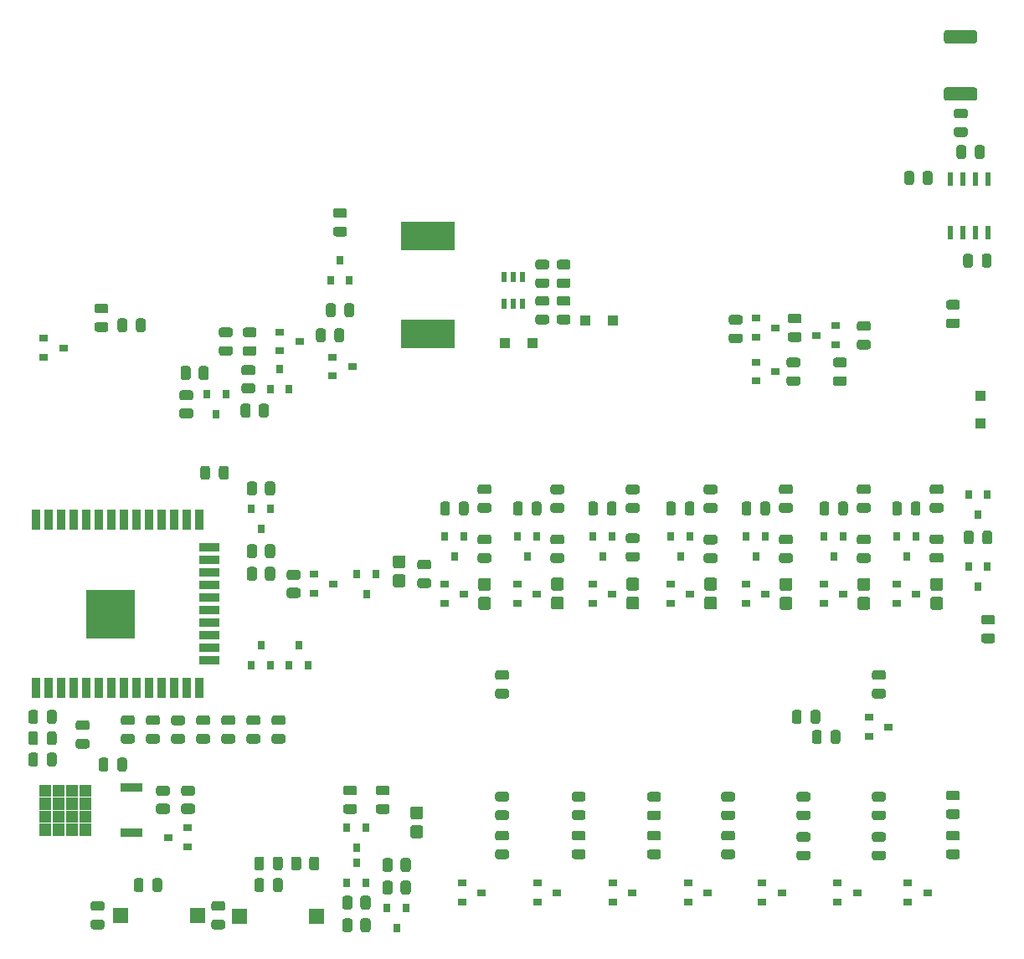
<source format=gbr>
G04 #@! TF.GenerationSoftware,KiCad,Pcbnew,5.1.10*
G04 #@! TF.CreationDate,2021-06-10T23:09:58+02:00*
G04 #@! TF.ProjectId,PlantCtrlESP32,506c616e-7443-4747-926c-45535033322e,rev?*
G04 #@! TF.SameCoordinates,Original*
G04 #@! TF.FileFunction,Paste,Top*
G04 #@! TF.FilePolarity,Positive*
%FSLAX46Y46*%
G04 Gerber Fmt 4.6, Leading zero omitted, Abs format (unit mm)*
G04 Created by KiCad (PCBNEW 5.1.10) date 2021-06-10 23:09:58*
%MOMM*%
%LPD*%
G01*
G04 APERTURE LIST*
%ADD10C,0.010000*%
%ADD11R,0.900000X0.800000*%
%ADD12R,0.800000X0.900000*%
%ADD13R,1.500000X1.500000*%
%ADD14R,0.533400X1.460500*%
%ADD15R,1.100000X1.100000*%
%ADD16R,0.550000X1.000000*%
%ADD17R,2.220000X0.960000*%
%ADD18R,5.400000X2.900000*%
%ADD19R,5.000000X5.000000*%
%ADD20R,0.900000X2.000000*%
%ADD21R,2.000000X0.900000*%
G04 APERTURE END LIST*
D10*
G36*
X177049000Y-125341000D02*
G01*
X175929000Y-125341000D01*
X175929000Y-124191000D01*
X177049000Y-124191000D01*
X177049000Y-125341000D01*
G37*
X177049000Y-125341000D02*
X175929000Y-125341000D01*
X175929000Y-124191000D01*
X177049000Y-124191000D01*
X177049000Y-125341000D01*
G36*
X177049000Y-126661000D02*
G01*
X175929000Y-126661000D01*
X175929000Y-125511000D01*
X177049000Y-125511000D01*
X177049000Y-126661000D01*
G37*
X177049000Y-126661000D02*
X175929000Y-126661000D01*
X175929000Y-125511000D01*
X177049000Y-125511000D01*
X177049000Y-126661000D01*
G36*
X177049000Y-127981000D02*
G01*
X175929000Y-127981000D01*
X175929000Y-126831000D01*
X177049000Y-126831000D01*
X177049000Y-127981000D01*
G37*
X177049000Y-127981000D02*
X175929000Y-127981000D01*
X175929000Y-126831000D01*
X177049000Y-126831000D01*
X177049000Y-127981000D01*
G36*
X175699000Y-125341000D02*
G01*
X174579000Y-125341000D01*
X174579000Y-124191000D01*
X175699000Y-124191000D01*
X175699000Y-125341000D01*
G37*
X175699000Y-125341000D02*
X174579000Y-125341000D01*
X174579000Y-124191000D01*
X175699000Y-124191000D01*
X175699000Y-125341000D01*
G36*
X175699000Y-126661000D02*
G01*
X174579000Y-126661000D01*
X174579000Y-125511000D01*
X175699000Y-125511000D01*
X175699000Y-126661000D01*
G37*
X175699000Y-126661000D02*
X174579000Y-126661000D01*
X174579000Y-125511000D01*
X175699000Y-125511000D01*
X175699000Y-126661000D01*
G36*
X175699000Y-127981000D02*
G01*
X174579000Y-127981000D01*
X174579000Y-126831000D01*
X175699000Y-126831000D01*
X175699000Y-127981000D01*
G37*
X175699000Y-127981000D02*
X174579000Y-127981000D01*
X174579000Y-126831000D01*
X175699000Y-126831000D01*
X175699000Y-127981000D01*
G36*
X174349000Y-125341000D02*
G01*
X173229000Y-125341000D01*
X173229000Y-124191000D01*
X174349000Y-124191000D01*
X174349000Y-125341000D01*
G37*
X174349000Y-125341000D02*
X173229000Y-125341000D01*
X173229000Y-124191000D01*
X174349000Y-124191000D01*
X174349000Y-125341000D01*
G36*
X174349000Y-126661000D02*
G01*
X173229000Y-126661000D01*
X173229000Y-125511000D01*
X174349000Y-125511000D01*
X174349000Y-126661000D01*
G37*
X174349000Y-126661000D02*
X173229000Y-126661000D01*
X173229000Y-125511000D01*
X174349000Y-125511000D01*
X174349000Y-126661000D01*
G36*
X174349000Y-127981000D02*
G01*
X173229000Y-127981000D01*
X173229000Y-126831000D01*
X174349000Y-126831000D01*
X174349000Y-127981000D01*
G37*
X174349000Y-127981000D02*
X173229000Y-127981000D01*
X173229000Y-126831000D01*
X174349000Y-126831000D01*
X174349000Y-127981000D01*
G36*
X172999000Y-125341000D02*
G01*
X171879000Y-125341000D01*
X171879000Y-124191000D01*
X172999000Y-124191000D01*
X172999000Y-125341000D01*
G37*
X172999000Y-125341000D02*
X171879000Y-125341000D01*
X171879000Y-124191000D01*
X172999000Y-124191000D01*
X172999000Y-125341000D01*
G36*
X172999000Y-126661000D02*
G01*
X171879000Y-126661000D01*
X171879000Y-125511000D01*
X172999000Y-125511000D01*
X172999000Y-126661000D01*
G37*
X172999000Y-126661000D02*
X171879000Y-126661000D01*
X171879000Y-125511000D01*
X172999000Y-125511000D01*
X172999000Y-126661000D01*
G36*
X172999000Y-127981000D02*
G01*
X171879000Y-127981000D01*
X171879000Y-126831000D01*
X172999000Y-126831000D01*
X172999000Y-127981000D01*
G37*
X172999000Y-127981000D02*
X171879000Y-127981000D01*
X171879000Y-126831000D01*
X172999000Y-126831000D01*
X172999000Y-127981000D01*
G36*
X172999000Y-129301000D02*
G01*
X171879000Y-129301000D01*
X171879000Y-128151000D01*
X172999000Y-128151000D01*
X172999000Y-129301000D01*
G37*
X172999000Y-129301000D02*
X171879000Y-129301000D01*
X171879000Y-128151000D01*
X172999000Y-128151000D01*
X172999000Y-129301000D01*
G36*
X174349000Y-129301000D02*
G01*
X173229000Y-129301000D01*
X173229000Y-128151000D01*
X174349000Y-128151000D01*
X174349000Y-129301000D01*
G37*
X174349000Y-129301000D02*
X173229000Y-129301000D01*
X173229000Y-128151000D01*
X174349000Y-128151000D01*
X174349000Y-129301000D01*
G36*
X175699000Y-129301000D02*
G01*
X174579000Y-129301000D01*
X174579000Y-128151000D01*
X175699000Y-128151000D01*
X175699000Y-129301000D01*
G37*
X175699000Y-129301000D02*
X174579000Y-129301000D01*
X174579000Y-128151000D01*
X175699000Y-128151000D01*
X175699000Y-129301000D01*
G36*
X177049000Y-129301000D02*
G01*
X175929000Y-129301000D01*
X175929000Y-128151000D01*
X177049000Y-128151000D01*
X177049000Y-129301000D01*
G37*
X177049000Y-129301000D02*
X175929000Y-129301000D01*
X175929000Y-128151000D01*
X177049000Y-128151000D01*
X177049000Y-129301000D01*
D11*
X203565000Y-81915000D03*
X201565000Y-82865000D03*
X201565000Y-80965000D03*
G36*
G01*
X192589999Y-83585000D02*
X193490001Y-83585000D01*
G75*
G02*
X193740000Y-83834999I0J-249999D01*
G01*
X193740000Y-84360001D01*
G75*
G02*
X193490001Y-84610000I-249999J0D01*
G01*
X192589999Y-84610000D01*
G75*
G02*
X192340000Y-84360001I0J249999D01*
G01*
X192340000Y-83834999D01*
G75*
G02*
X192589999Y-83585000I249999J0D01*
G01*
G37*
G36*
G01*
X192589999Y-81760000D02*
X193490001Y-81760000D01*
G75*
G02*
X193740000Y-82009999I0J-249999D01*
G01*
X193740000Y-82535001D01*
G75*
G02*
X193490001Y-82785000I-249999J0D01*
G01*
X192589999Y-82785000D01*
G75*
G02*
X192340000Y-82535001I0J249999D01*
G01*
X192340000Y-82009999D01*
G75*
G02*
X192589999Y-81760000I249999J0D01*
G01*
G37*
G36*
G01*
X193275000Y-85909999D02*
X193275000Y-86810001D01*
G75*
G02*
X193025001Y-87060000I-249999J0D01*
G01*
X192499999Y-87060000D01*
G75*
G02*
X192250000Y-86810001I0J249999D01*
G01*
X192250000Y-85909999D01*
G75*
G02*
X192499999Y-85660000I249999J0D01*
G01*
X193025001Y-85660000D01*
G75*
G02*
X193275000Y-85909999I0J-249999D01*
G01*
G37*
G36*
G01*
X195100000Y-85909999D02*
X195100000Y-86810001D01*
G75*
G02*
X194850001Y-87060000I-249999J0D01*
G01*
X194324999Y-87060000D01*
G75*
G02*
X194075000Y-86810001I0J249999D01*
G01*
X194075000Y-85909999D01*
G75*
G02*
X194324999Y-85660000I249999J0D01*
G01*
X194850001Y-85660000D01*
G75*
G02*
X195100000Y-85909999I0J-249999D01*
G01*
G37*
G36*
G01*
X188002500Y-83000001D02*
X188002500Y-82099999D01*
G75*
G02*
X188252499Y-81850000I249999J0D01*
G01*
X188777501Y-81850000D01*
G75*
G02*
X189027500Y-82099999I0J-249999D01*
G01*
X189027500Y-83000001D01*
G75*
G02*
X188777501Y-83250000I-249999J0D01*
G01*
X188252499Y-83250000D01*
G75*
G02*
X188002500Y-83000001I0J249999D01*
G01*
G37*
G36*
G01*
X186177500Y-83000001D02*
X186177500Y-82099999D01*
G75*
G02*
X186427499Y-81850000I249999J0D01*
G01*
X186952501Y-81850000D01*
G75*
G02*
X187202500Y-82099999I0J-249999D01*
G01*
X187202500Y-83000001D01*
G75*
G02*
X186952501Y-83250000I-249999J0D01*
G01*
X186427499Y-83250000D01*
G75*
G02*
X186177500Y-83000001I0J249999D01*
G01*
G37*
G36*
G01*
X186303499Y-86125000D02*
X187203501Y-86125000D01*
G75*
G02*
X187453500Y-86374999I0J-249999D01*
G01*
X187453500Y-86900001D01*
G75*
G02*
X187203501Y-87150000I-249999J0D01*
G01*
X186303499Y-87150000D01*
G75*
G02*
X186053500Y-86900001I0J249999D01*
G01*
X186053500Y-86374999D01*
G75*
G02*
X186303499Y-86125000I249999J0D01*
G01*
G37*
G36*
G01*
X186303499Y-84300000D02*
X187203501Y-84300000D01*
G75*
G02*
X187453500Y-84549999I0J-249999D01*
G01*
X187453500Y-85075001D01*
G75*
G02*
X187203501Y-85325000I-249999J0D01*
G01*
X186303499Y-85325000D01*
G75*
G02*
X186053500Y-85075001I0J249999D01*
G01*
X186053500Y-84549999D01*
G75*
G02*
X186303499Y-84300000I249999J0D01*
G01*
G37*
G36*
G01*
X197161999Y-104286000D02*
X198062001Y-104286000D01*
G75*
G02*
X198312000Y-104535999I0J-249999D01*
G01*
X198312000Y-105061001D01*
G75*
G02*
X198062001Y-105311000I-249999J0D01*
G01*
X197161999Y-105311000D01*
G75*
G02*
X196912000Y-105061001I0J249999D01*
G01*
X196912000Y-104535999D01*
G75*
G02*
X197161999Y-104286000I249999J0D01*
G01*
G37*
G36*
G01*
X197161999Y-102461000D02*
X198062001Y-102461000D01*
G75*
G02*
X198312000Y-102710999I0J-249999D01*
G01*
X198312000Y-103236001D01*
G75*
G02*
X198062001Y-103486000I-249999J0D01*
G01*
X197161999Y-103486000D01*
G75*
G02*
X196912000Y-103236001I0J249999D01*
G01*
X196912000Y-102710999D01*
G75*
G02*
X197161999Y-102461000I249999J0D01*
G01*
G37*
G36*
G01*
X193910000Y-102419999D02*
X193910000Y-103320001D01*
G75*
G02*
X193660001Y-103570000I-249999J0D01*
G01*
X193134999Y-103570000D01*
G75*
G02*
X192885000Y-103320001I0J249999D01*
G01*
X192885000Y-102419999D01*
G75*
G02*
X193134999Y-102170000I249999J0D01*
G01*
X193660001Y-102170000D01*
G75*
G02*
X193910000Y-102419999I0J-249999D01*
G01*
G37*
G36*
G01*
X195735000Y-102419999D02*
X195735000Y-103320001D01*
G75*
G02*
X195485001Y-103570000I-249999J0D01*
G01*
X194959999Y-103570000D01*
G75*
G02*
X194710000Y-103320001I0J249999D01*
G01*
X194710000Y-102419999D01*
G75*
G02*
X194959999Y-102170000I249999J0D01*
G01*
X195485001Y-102170000D01*
G75*
G02*
X195735000Y-102419999I0J-249999D01*
G01*
G37*
G36*
G01*
X193910000Y-93783999D02*
X193910000Y-94684001D01*
G75*
G02*
X193660001Y-94934000I-249999J0D01*
G01*
X193134999Y-94934000D01*
G75*
G02*
X192885000Y-94684001I0J249999D01*
G01*
X192885000Y-93783999D01*
G75*
G02*
X193134999Y-93534000I249999J0D01*
G01*
X193660001Y-93534000D01*
G75*
G02*
X193910000Y-93783999I0J-249999D01*
G01*
G37*
G36*
G01*
X195735000Y-93783999D02*
X195735000Y-94684001D01*
G75*
G02*
X195485001Y-94934000I-249999J0D01*
G01*
X194959999Y-94934000D01*
G75*
G02*
X194710000Y-94684001I0J249999D01*
G01*
X194710000Y-93783999D01*
G75*
G02*
X194959999Y-93534000I249999J0D01*
G01*
X195485001Y-93534000D01*
G75*
G02*
X195735000Y-93783999I0J-249999D01*
G01*
G37*
G36*
G01*
X193910000Y-100133999D02*
X193910000Y-101034001D01*
G75*
G02*
X193660001Y-101284000I-249999J0D01*
G01*
X193134999Y-101284000D01*
G75*
G02*
X192885000Y-101034001I0J249999D01*
G01*
X192885000Y-100133999D01*
G75*
G02*
X193134999Y-99884000I249999J0D01*
G01*
X193660001Y-99884000D01*
G75*
G02*
X193910000Y-100133999I0J-249999D01*
G01*
G37*
G36*
G01*
X195735000Y-100133999D02*
X195735000Y-101034001D01*
G75*
G02*
X195485001Y-101284000I-249999J0D01*
G01*
X194959999Y-101284000D01*
G75*
G02*
X194710000Y-101034001I0J249999D01*
G01*
X194710000Y-100133999D01*
G75*
G02*
X194959999Y-99884000I249999J0D01*
G01*
X195485001Y-99884000D01*
G75*
G02*
X195735000Y-100133999I0J-249999D01*
G01*
G37*
D12*
X196215000Y-82185000D03*
X197165000Y-84185000D03*
X195265000Y-84185000D03*
D11*
X201660000Y-103886000D03*
X199660000Y-104836000D03*
X199660000Y-102936000D03*
D12*
X189801500Y-86725000D03*
X188851500Y-84725000D03*
X190751500Y-84725000D03*
X194310000Y-98282000D03*
X193360000Y-96282000D03*
X195260000Y-96282000D03*
X198120000Y-110125000D03*
X199070000Y-112125000D03*
X197170000Y-112125000D03*
X204978000Y-104886000D03*
X204028000Y-102886000D03*
X205928000Y-102886000D03*
X194310000Y-110125000D03*
X195260000Y-112125000D03*
X193360000Y-112125000D03*
D11*
X184928000Y-129540000D03*
X186928000Y-128590000D03*
X186928000Y-130490000D03*
G36*
G01*
X204362000Y-136594001D02*
X204362000Y-135693999D01*
G75*
G02*
X204611999Y-135444000I249999J0D01*
G01*
X205137001Y-135444000D01*
G75*
G02*
X205387000Y-135693999I0J-249999D01*
G01*
X205387000Y-136594001D01*
G75*
G02*
X205137001Y-136844000I-249999J0D01*
G01*
X204611999Y-136844000D01*
G75*
G02*
X204362000Y-136594001I0J249999D01*
G01*
G37*
G36*
G01*
X202537000Y-136594001D02*
X202537000Y-135693999D01*
G75*
G02*
X202786999Y-135444000I249999J0D01*
G01*
X203312001Y-135444000D01*
G75*
G02*
X203562000Y-135693999I0J-249999D01*
G01*
X203562000Y-136594001D01*
G75*
G02*
X203312001Y-136844000I-249999J0D01*
G01*
X202786999Y-136844000D01*
G75*
G02*
X202537000Y-136594001I0J249999D01*
G01*
G37*
G36*
G01*
X204362000Y-138880001D02*
X204362000Y-137979999D01*
G75*
G02*
X204611999Y-137730000I249999J0D01*
G01*
X205137001Y-137730000D01*
G75*
G02*
X205387000Y-137979999I0J-249999D01*
G01*
X205387000Y-138880001D01*
G75*
G02*
X205137001Y-139130000I-249999J0D01*
G01*
X204611999Y-139130000D01*
G75*
G02*
X204362000Y-138880001I0J249999D01*
G01*
G37*
G36*
G01*
X202537000Y-138880001D02*
X202537000Y-137979999D01*
G75*
G02*
X202786999Y-137730000I249999J0D01*
G01*
X203312001Y-137730000D01*
G75*
G02*
X203562000Y-137979999I0J-249999D01*
G01*
X203562000Y-138880001D01*
G75*
G02*
X203312001Y-139130000I-249999J0D01*
G01*
X202786999Y-139130000D01*
G75*
G02*
X202537000Y-138880001I0J249999D01*
G01*
G37*
G36*
G01*
X207626000Y-134169999D02*
X207626000Y-135070001D01*
G75*
G02*
X207376001Y-135320000I-249999J0D01*
G01*
X206850999Y-135320000D01*
G75*
G02*
X206601000Y-135070001I0J249999D01*
G01*
X206601000Y-134169999D01*
G75*
G02*
X206850999Y-133920000I249999J0D01*
G01*
X207376001Y-133920000D01*
G75*
G02*
X207626000Y-134169999I0J-249999D01*
G01*
G37*
G36*
G01*
X209451000Y-134169999D02*
X209451000Y-135070001D01*
G75*
G02*
X209201001Y-135320000I-249999J0D01*
G01*
X208675999Y-135320000D01*
G75*
G02*
X208426000Y-135070001I0J249999D01*
G01*
X208426000Y-134169999D01*
G75*
G02*
X208675999Y-133920000I249999J0D01*
G01*
X209201001Y-133920000D01*
G75*
G02*
X209451000Y-134169999I0J-249999D01*
G01*
G37*
G36*
G01*
X207626000Y-131883999D02*
X207626000Y-132784001D01*
G75*
G02*
X207376001Y-133034000I-249999J0D01*
G01*
X206850999Y-133034000D01*
G75*
G02*
X206601000Y-132784001I0J249999D01*
G01*
X206601000Y-131883999D01*
G75*
G02*
X206850999Y-131634000I249999J0D01*
G01*
X207376001Y-131634000D01*
G75*
G02*
X207626000Y-131883999I0J-249999D01*
G01*
G37*
G36*
G01*
X209451000Y-131883999D02*
X209451000Y-132784001D01*
G75*
G02*
X209201001Y-133034000I-249999J0D01*
G01*
X208675999Y-133034000D01*
G75*
G02*
X208426000Y-132784001I0J249999D01*
G01*
X208426000Y-131883999D01*
G75*
G02*
X208675999Y-131634000I249999J0D01*
G01*
X209201001Y-131634000D01*
G75*
G02*
X209451000Y-131883999I0J-249999D01*
G01*
G37*
G36*
G01*
X186493999Y-126130000D02*
X187394001Y-126130000D01*
G75*
G02*
X187644000Y-126379999I0J-249999D01*
G01*
X187644000Y-126905001D01*
G75*
G02*
X187394001Y-127155000I-249999J0D01*
G01*
X186493999Y-127155000D01*
G75*
G02*
X186244000Y-126905001I0J249999D01*
G01*
X186244000Y-126379999D01*
G75*
G02*
X186493999Y-126130000I249999J0D01*
G01*
G37*
G36*
G01*
X186493999Y-124305000D02*
X187394001Y-124305000D01*
G75*
G02*
X187644000Y-124554999I0J-249999D01*
G01*
X187644000Y-125080001D01*
G75*
G02*
X187394001Y-125330000I-249999J0D01*
G01*
X186493999Y-125330000D01*
G75*
G02*
X186244000Y-125080001I0J249999D01*
G01*
X186244000Y-124554999D01*
G75*
G02*
X186493999Y-124305000I249999J0D01*
G01*
G37*
G36*
G01*
X183953999Y-126130000D02*
X184854001Y-126130000D01*
G75*
G02*
X185104000Y-126379999I0J-249999D01*
G01*
X185104000Y-126905001D01*
G75*
G02*
X184854001Y-127155000I-249999J0D01*
G01*
X183953999Y-127155000D01*
G75*
G02*
X183704000Y-126905001I0J249999D01*
G01*
X183704000Y-126379999D01*
G75*
G02*
X183953999Y-126130000I249999J0D01*
G01*
G37*
G36*
G01*
X183953999Y-124305000D02*
X184854001Y-124305000D01*
G75*
G02*
X185104000Y-124554999I0J-249999D01*
G01*
X185104000Y-125080001D01*
G75*
G02*
X184854001Y-125330000I-249999J0D01*
G01*
X183953999Y-125330000D01*
G75*
G02*
X183704000Y-125080001I0J249999D01*
G01*
X183704000Y-124554999D01*
G75*
G02*
X183953999Y-124305000I249999J0D01*
G01*
G37*
D12*
X203962000Y-132096000D03*
X204912000Y-134096000D03*
X203012000Y-134096000D03*
X208026000Y-138668000D03*
X207076000Y-136668000D03*
X208976000Y-136668000D03*
X203962000Y-130540000D03*
X203012000Y-128540000D03*
X204912000Y-128540000D03*
G36*
G01*
X199180000Y-132620001D02*
X199180000Y-131719999D01*
G75*
G02*
X199429999Y-131470000I249999J0D01*
G01*
X199955001Y-131470000D01*
G75*
G02*
X200205000Y-131719999I0J-249999D01*
G01*
X200205000Y-132620001D01*
G75*
G02*
X199955001Y-132870000I-249999J0D01*
G01*
X199429999Y-132870000D01*
G75*
G02*
X199180000Y-132620001I0J249999D01*
G01*
G37*
G36*
G01*
X197355000Y-132620001D02*
X197355000Y-131719999D01*
G75*
G02*
X197604999Y-131470000I249999J0D01*
G01*
X198130001Y-131470000D01*
G75*
G02*
X198380000Y-131719999I0J-249999D01*
G01*
X198380000Y-132620001D01*
G75*
G02*
X198130001Y-132870000I-249999J0D01*
G01*
X197604999Y-132870000D01*
G75*
G02*
X197355000Y-132620001I0J249999D01*
G01*
G37*
G36*
G01*
X224460750Y-72967000D02*
X225373250Y-72967000D01*
G75*
G02*
X225617000Y-73210750I0J-243750D01*
G01*
X225617000Y-73698250D01*
G75*
G02*
X225373250Y-73942000I-243750J0D01*
G01*
X224460750Y-73942000D01*
G75*
G02*
X224217000Y-73698250I0J243750D01*
G01*
X224217000Y-73210750D01*
G75*
G02*
X224460750Y-72967000I243750J0D01*
G01*
G37*
G36*
G01*
X224460750Y-71092000D02*
X225373250Y-71092000D01*
G75*
G02*
X225617000Y-71335750I0J-243750D01*
G01*
X225617000Y-71823250D01*
G75*
G02*
X225373250Y-72067000I-243750J0D01*
G01*
X224460750Y-72067000D01*
G75*
G02*
X224217000Y-71823250I0J243750D01*
G01*
X224217000Y-71335750D01*
G75*
G02*
X224460750Y-71092000I243750J0D01*
G01*
G37*
G36*
G01*
X223214250Y-72067000D02*
X222301750Y-72067000D01*
G75*
G02*
X222058000Y-71823250I0J243750D01*
G01*
X222058000Y-71335750D01*
G75*
G02*
X222301750Y-71092000I243750J0D01*
G01*
X223214250Y-71092000D01*
G75*
G02*
X223458000Y-71335750I0J-243750D01*
G01*
X223458000Y-71823250D01*
G75*
G02*
X223214250Y-72067000I-243750J0D01*
G01*
G37*
G36*
G01*
X223214250Y-73942000D02*
X222301750Y-73942000D01*
G75*
G02*
X222058000Y-73698250I0J243750D01*
G01*
X222058000Y-73210750D01*
G75*
G02*
X222301750Y-72967000I243750J0D01*
G01*
X223214250Y-72967000D01*
G75*
G02*
X223458000Y-73210750I0J-243750D01*
G01*
X223458000Y-73698250D01*
G75*
G02*
X223214250Y-73942000I-243750J0D01*
G01*
G37*
G36*
G01*
X223214250Y-75750000D02*
X222301750Y-75750000D01*
G75*
G02*
X222058000Y-75506250I0J243750D01*
G01*
X222058000Y-75018750D01*
G75*
G02*
X222301750Y-74775000I243750J0D01*
G01*
X223214250Y-74775000D01*
G75*
G02*
X223458000Y-75018750I0J-243750D01*
G01*
X223458000Y-75506250D01*
G75*
G02*
X223214250Y-75750000I-243750J0D01*
G01*
G37*
G36*
G01*
X223214250Y-77625000D02*
X222301750Y-77625000D01*
G75*
G02*
X222058000Y-77381250I0J243750D01*
G01*
X222058000Y-76893750D01*
G75*
G02*
X222301750Y-76650000I243750J0D01*
G01*
X223214250Y-76650000D01*
G75*
G02*
X223458000Y-76893750I0J-243750D01*
G01*
X223458000Y-77381250D01*
G75*
G02*
X223214250Y-77625000I-243750J0D01*
G01*
G37*
G36*
G01*
X207085250Y-125280000D02*
X206172750Y-125280000D01*
G75*
G02*
X205929000Y-125036250I0J243750D01*
G01*
X205929000Y-124548750D01*
G75*
G02*
X206172750Y-124305000I243750J0D01*
G01*
X207085250Y-124305000D01*
G75*
G02*
X207329000Y-124548750I0J-243750D01*
G01*
X207329000Y-125036250D01*
G75*
G02*
X207085250Y-125280000I-243750J0D01*
G01*
G37*
G36*
G01*
X207085250Y-127155000D02*
X206172750Y-127155000D01*
G75*
G02*
X205929000Y-126911250I0J243750D01*
G01*
X205929000Y-126423750D01*
G75*
G02*
X206172750Y-126180000I243750J0D01*
G01*
X207085250Y-126180000D01*
G75*
G02*
X207329000Y-126423750I0J-243750D01*
G01*
X207329000Y-126911250D01*
G75*
G02*
X207085250Y-127155000I-243750J0D01*
G01*
G37*
G36*
G01*
X181679000Y-78180250D02*
X181679000Y-77267750D01*
G75*
G02*
X181922750Y-77024000I243750J0D01*
G01*
X182410250Y-77024000D01*
G75*
G02*
X182654000Y-77267750I0J-243750D01*
G01*
X182654000Y-78180250D01*
G75*
G02*
X182410250Y-78424000I-243750J0D01*
G01*
X181922750Y-78424000D01*
G75*
G02*
X181679000Y-78180250I0J243750D01*
G01*
G37*
G36*
G01*
X179804000Y-78180250D02*
X179804000Y-77267750D01*
G75*
G02*
X180047750Y-77024000I243750J0D01*
G01*
X180535250Y-77024000D01*
G75*
G02*
X180779000Y-77267750I0J-243750D01*
G01*
X180779000Y-78180250D01*
G75*
G02*
X180535250Y-78424000I-243750J0D01*
G01*
X180047750Y-78424000D01*
G75*
G02*
X179804000Y-78180250I0J243750D01*
G01*
G37*
G36*
G01*
X203783250Y-125280000D02*
X202870750Y-125280000D01*
G75*
G02*
X202627000Y-125036250I0J243750D01*
G01*
X202627000Y-124548750D01*
G75*
G02*
X202870750Y-124305000I243750J0D01*
G01*
X203783250Y-124305000D01*
G75*
G02*
X204027000Y-124548750I0J-243750D01*
G01*
X204027000Y-125036250D01*
G75*
G02*
X203783250Y-125280000I-243750J0D01*
G01*
G37*
G36*
G01*
X203783250Y-127155000D02*
X202870750Y-127155000D01*
G75*
G02*
X202627000Y-126911250I0J243750D01*
G01*
X202627000Y-126423750D01*
G75*
G02*
X202870750Y-126180000I243750J0D01*
G01*
X203783250Y-126180000D01*
G75*
G02*
X204027000Y-126423750I0J-243750D01*
G01*
X204027000Y-126911250D01*
G75*
G02*
X203783250Y-127155000I-243750J0D01*
G01*
G37*
G36*
G01*
X178637250Y-76512000D02*
X177724750Y-76512000D01*
G75*
G02*
X177481000Y-76268250I0J243750D01*
G01*
X177481000Y-75780750D01*
G75*
G02*
X177724750Y-75537000I243750J0D01*
G01*
X178637250Y-75537000D01*
G75*
G02*
X178881000Y-75780750I0J-243750D01*
G01*
X178881000Y-76268250D01*
G75*
G02*
X178637250Y-76512000I-243750J0D01*
G01*
G37*
G36*
G01*
X178637250Y-78387000D02*
X177724750Y-78387000D01*
G75*
G02*
X177481000Y-78143250I0J243750D01*
G01*
X177481000Y-77655750D01*
G75*
G02*
X177724750Y-77412000I243750J0D01*
G01*
X178637250Y-77412000D01*
G75*
G02*
X178881000Y-77655750I0J-243750D01*
G01*
X178881000Y-78143250D01*
G75*
G02*
X178637250Y-78387000I-243750J0D01*
G01*
G37*
G36*
G01*
X264743250Y-129852000D02*
X263830750Y-129852000D01*
G75*
G02*
X263587000Y-129608250I0J243750D01*
G01*
X263587000Y-129120750D01*
G75*
G02*
X263830750Y-128877000I243750J0D01*
G01*
X264743250Y-128877000D01*
G75*
G02*
X264987000Y-129120750I0J-243750D01*
G01*
X264987000Y-129608250D01*
G75*
G02*
X264743250Y-129852000I-243750J0D01*
G01*
G37*
G36*
G01*
X264743250Y-131727000D02*
X263830750Y-131727000D01*
G75*
G02*
X263587000Y-131483250I0J243750D01*
G01*
X263587000Y-130995750D01*
G75*
G02*
X263830750Y-130752000I243750J0D01*
G01*
X264743250Y-130752000D01*
G75*
G02*
X264987000Y-130995750I0J-243750D01*
G01*
X264987000Y-131483250D01*
G75*
G02*
X264743250Y-131727000I-243750J0D01*
G01*
G37*
G36*
G01*
X257250250Y-129979000D02*
X256337750Y-129979000D01*
G75*
G02*
X256094000Y-129735250I0J243750D01*
G01*
X256094000Y-129247750D01*
G75*
G02*
X256337750Y-129004000I243750J0D01*
G01*
X257250250Y-129004000D01*
G75*
G02*
X257494000Y-129247750I0J-243750D01*
G01*
X257494000Y-129735250D01*
G75*
G02*
X257250250Y-129979000I-243750J0D01*
G01*
G37*
G36*
G01*
X257250250Y-131854000D02*
X256337750Y-131854000D01*
G75*
G02*
X256094000Y-131610250I0J243750D01*
G01*
X256094000Y-131122750D01*
G75*
G02*
X256337750Y-130879000I243750J0D01*
G01*
X257250250Y-130879000D01*
G75*
G02*
X257494000Y-131122750I0J-243750D01*
G01*
X257494000Y-131610250D01*
G75*
G02*
X257250250Y-131854000I-243750J0D01*
G01*
G37*
G36*
G01*
X249630250Y-129979000D02*
X248717750Y-129979000D01*
G75*
G02*
X248474000Y-129735250I0J243750D01*
G01*
X248474000Y-129247750D01*
G75*
G02*
X248717750Y-129004000I243750J0D01*
G01*
X249630250Y-129004000D01*
G75*
G02*
X249874000Y-129247750I0J-243750D01*
G01*
X249874000Y-129735250D01*
G75*
G02*
X249630250Y-129979000I-243750J0D01*
G01*
G37*
G36*
G01*
X249630250Y-131854000D02*
X248717750Y-131854000D01*
G75*
G02*
X248474000Y-131610250I0J243750D01*
G01*
X248474000Y-131122750D01*
G75*
G02*
X248717750Y-130879000I243750J0D01*
G01*
X249630250Y-130879000D01*
G75*
G02*
X249874000Y-131122750I0J-243750D01*
G01*
X249874000Y-131610250D01*
G75*
G02*
X249630250Y-131854000I-243750J0D01*
G01*
G37*
G36*
G01*
X242010250Y-129852000D02*
X241097750Y-129852000D01*
G75*
G02*
X240854000Y-129608250I0J243750D01*
G01*
X240854000Y-129120750D01*
G75*
G02*
X241097750Y-128877000I243750J0D01*
G01*
X242010250Y-128877000D01*
G75*
G02*
X242254000Y-129120750I0J-243750D01*
G01*
X242254000Y-129608250D01*
G75*
G02*
X242010250Y-129852000I-243750J0D01*
G01*
G37*
G36*
G01*
X242010250Y-131727000D02*
X241097750Y-131727000D01*
G75*
G02*
X240854000Y-131483250I0J243750D01*
G01*
X240854000Y-130995750D01*
G75*
G02*
X241097750Y-130752000I243750J0D01*
G01*
X242010250Y-130752000D01*
G75*
G02*
X242254000Y-130995750I0J-243750D01*
G01*
X242254000Y-131483250D01*
G75*
G02*
X242010250Y-131727000I-243750J0D01*
G01*
G37*
G36*
G01*
X234517250Y-129852000D02*
X233604750Y-129852000D01*
G75*
G02*
X233361000Y-129608250I0J243750D01*
G01*
X233361000Y-129120750D01*
G75*
G02*
X233604750Y-128877000I243750J0D01*
G01*
X234517250Y-128877000D01*
G75*
G02*
X234761000Y-129120750I0J-243750D01*
G01*
X234761000Y-129608250D01*
G75*
G02*
X234517250Y-129852000I-243750J0D01*
G01*
G37*
G36*
G01*
X234517250Y-131727000D02*
X233604750Y-131727000D01*
G75*
G02*
X233361000Y-131483250I0J243750D01*
G01*
X233361000Y-130995750D01*
G75*
G02*
X233604750Y-130752000I243750J0D01*
G01*
X234517250Y-130752000D01*
G75*
G02*
X234761000Y-130995750I0J-243750D01*
G01*
X234761000Y-131483250D01*
G75*
G02*
X234517250Y-131727000I-243750J0D01*
G01*
G37*
G36*
G01*
X226897250Y-129852000D02*
X225984750Y-129852000D01*
G75*
G02*
X225741000Y-129608250I0J243750D01*
G01*
X225741000Y-129120750D01*
G75*
G02*
X225984750Y-128877000I243750J0D01*
G01*
X226897250Y-128877000D01*
G75*
G02*
X227141000Y-129120750I0J-243750D01*
G01*
X227141000Y-129608250D01*
G75*
G02*
X226897250Y-129852000I-243750J0D01*
G01*
G37*
G36*
G01*
X226897250Y-131727000D02*
X225984750Y-131727000D01*
G75*
G02*
X225741000Y-131483250I0J243750D01*
G01*
X225741000Y-130995750D01*
G75*
G02*
X225984750Y-130752000I243750J0D01*
G01*
X226897250Y-130752000D01*
G75*
G02*
X227141000Y-130995750I0J-243750D01*
G01*
X227141000Y-131483250D01*
G75*
G02*
X226897250Y-131727000I-243750J0D01*
G01*
G37*
G36*
G01*
X219150250Y-129852000D02*
X218237750Y-129852000D01*
G75*
G02*
X217994000Y-129608250I0J243750D01*
G01*
X217994000Y-129120750D01*
G75*
G02*
X218237750Y-128877000I243750J0D01*
G01*
X219150250Y-128877000D01*
G75*
G02*
X219394000Y-129120750I0J-243750D01*
G01*
X219394000Y-129608250D01*
G75*
G02*
X219150250Y-129852000I-243750J0D01*
G01*
G37*
G36*
G01*
X219150250Y-131727000D02*
X218237750Y-131727000D01*
G75*
G02*
X217994000Y-131483250I0J243750D01*
G01*
X217994000Y-130995750D01*
G75*
G02*
X218237750Y-130752000I243750J0D01*
G01*
X219150250Y-130752000D01*
G75*
G02*
X219394000Y-130995750I0J-243750D01*
G01*
X219394000Y-131483250D01*
G75*
G02*
X219150250Y-131727000I-243750J0D01*
G01*
G37*
D13*
X180080000Y-137470000D03*
X187880000Y-137470000D03*
X192124500Y-137515600D03*
X199924500Y-137515600D03*
D11*
X174355000Y-80010000D03*
X172355000Y-80960000D03*
X172355000Y-79060000D03*
G36*
G01*
X252400750Y-82873000D02*
X253313250Y-82873000D01*
G75*
G02*
X253557000Y-83116750I0J-243750D01*
G01*
X253557000Y-83604250D01*
G75*
G02*
X253313250Y-83848000I-243750J0D01*
G01*
X252400750Y-83848000D01*
G75*
G02*
X252157000Y-83604250I0J243750D01*
G01*
X252157000Y-83116750D01*
G75*
G02*
X252400750Y-82873000I243750J0D01*
G01*
G37*
G36*
G01*
X252400750Y-80998000D02*
X253313250Y-80998000D01*
G75*
G02*
X253557000Y-81241750I0J-243750D01*
G01*
X253557000Y-81729250D01*
G75*
G02*
X253313250Y-81973000I-243750J0D01*
G01*
X252400750Y-81973000D01*
G75*
G02*
X252157000Y-81729250I0J243750D01*
G01*
X252157000Y-81241750D01*
G75*
G02*
X252400750Y-80998000I243750J0D01*
G01*
G37*
G36*
G01*
X247828750Y-78428000D02*
X248741250Y-78428000D01*
G75*
G02*
X248985000Y-78671750I0J-243750D01*
G01*
X248985000Y-79159250D01*
G75*
G02*
X248741250Y-79403000I-243750J0D01*
G01*
X247828750Y-79403000D01*
G75*
G02*
X247585000Y-79159250I0J243750D01*
G01*
X247585000Y-78671750D01*
G75*
G02*
X247828750Y-78428000I243750J0D01*
G01*
G37*
G36*
G01*
X247828750Y-76553000D02*
X248741250Y-76553000D01*
G75*
G02*
X248985000Y-76796750I0J-243750D01*
G01*
X248985000Y-77284250D01*
G75*
G02*
X248741250Y-77528000I-243750J0D01*
G01*
X247828750Y-77528000D01*
G75*
G02*
X247585000Y-77284250I0J243750D01*
G01*
X247585000Y-76796750D01*
G75*
G02*
X247828750Y-76553000I243750J0D01*
G01*
G37*
G36*
G01*
X242772250Y-77655000D02*
X241859750Y-77655000D01*
G75*
G02*
X241616000Y-77411250I0J243750D01*
G01*
X241616000Y-76923750D01*
G75*
G02*
X241859750Y-76680000I243750J0D01*
G01*
X242772250Y-76680000D01*
G75*
G02*
X243016000Y-76923750I0J-243750D01*
G01*
X243016000Y-77411250D01*
G75*
G02*
X242772250Y-77655000I-243750J0D01*
G01*
G37*
G36*
G01*
X242772250Y-79530000D02*
X241859750Y-79530000D01*
G75*
G02*
X241616000Y-79286250I0J243750D01*
G01*
X241616000Y-78798750D01*
G75*
G02*
X241859750Y-78555000I243750J0D01*
G01*
X242772250Y-78555000D01*
G75*
G02*
X243016000Y-78798750I0J-243750D01*
G01*
X243016000Y-79286250D01*
G75*
G02*
X242772250Y-79530000I-243750J0D01*
G01*
G37*
G36*
G01*
X200845000Y-78283750D02*
X200845000Y-79196250D01*
G75*
G02*
X200601250Y-79440000I-243750J0D01*
G01*
X200113750Y-79440000D01*
G75*
G02*
X199870000Y-79196250I0J243750D01*
G01*
X199870000Y-78283750D01*
G75*
G02*
X200113750Y-78040000I243750J0D01*
G01*
X200601250Y-78040000D01*
G75*
G02*
X200845000Y-78283750I0J-243750D01*
G01*
G37*
G36*
G01*
X202720000Y-78283750D02*
X202720000Y-79196250D01*
G75*
G02*
X202476250Y-79440000I-243750J0D01*
G01*
X201988750Y-79440000D01*
G75*
G02*
X201745000Y-79196250I0J243750D01*
G01*
X201745000Y-78283750D01*
G75*
G02*
X201988750Y-78040000I243750J0D01*
G01*
X202476250Y-78040000D01*
G75*
G02*
X202720000Y-78283750I0J-243750D01*
G01*
G37*
G36*
G01*
X267386750Y-108908000D02*
X268299250Y-108908000D01*
G75*
G02*
X268543000Y-109151750I0J-243750D01*
G01*
X268543000Y-109639250D01*
G75*
G02*
X268299250Y-109883000I-243750J0D01*
G01*
X267386750Y-109883000D01*
G75*
G02*
X267143000Y-109639250I0J243750D01*
G01*
X267143000Y-109151750D01*
G75*
G02*
X267386750Y-108908000I243750J0D01*
G01*
G37*
G36*
G01*
X267386750Y-107033000D02*
X268299250Y-107033000D01*
G75*
G02*
X268543000Y-107276750I0J-243750D01*
G01*
X268543000Y-107764250D01*
G75*
G02*
X268299250Y-108008000I-243750J0D01*
G01*
X267386750Y-108008000D01*
G75*
G02*
X267143000Y-107764250I0J243750D01*
G01*
X267143000Y-107276750D01*
G75*
G02*
X267386750Y-107033000I243750J0D01*
G01*
G37*
X246364000Y-82423000D03*
X244364000Y-83373000D03*
X244364000Y-81473000D03*
G36*
G01*
X248614250Y-81973000D02*
X247701750Y-81973000D01*
G75*
G02*
X247458000Y-81729250I0J243750D01*
G01*
X247458000Y-81241750D01*
G75*
G02*
X247701750Y-80998000I243750J0D01*
G01*
X248614250Y-80998000D01*
G75*
G02*
X248858000Y-81241750I0J-243750D01*
G01*
X248858000Y-81729250D01*
G75*
G02*
X248614250Y-81973000I-243750J0D01*
G01*
G37*
G36*
G01*
X248614250Y-83848000D02*
X247701750Y-83848000D01*
G75*
G02*
X247458000Y-83604250I0J243750D01*
G01*
X247458000Y-83116750D01*
G75*
G02*
X247701750Y-82873000I243750J0D01*
G01*
X248614250Y-82873000D01*
G75*
G02*
X248858000Y-83116750I0J-243750D01*
G01*
X248858000Y-83604250D01*
G75*
G02*
X248614250Y-83848000I-243750J0D01*
G01*
G37*
G36*
G01*
X210458000Y-127716000D02*
X209658000Y-127716000D01*
G75*
G02*
X209408000Y-127466000I0J250000D01*
G01*
X209408000Y-126641000D01*
G75*
G02*
X209658000Y-126391000I250000J0D01*
G01*
X210458000Y-126391000D01*
G75*
G02*
X210708000Y-126641000I0J-250000D01*
G01*
X210708000Y-127466000D01*
G75*
G02*
X210458000Y-127716000I-250000J0D01*
G01*
G37*
G36*
G01*
X210458000Y-129641000D02*
X209658000Y-129641000D01*
G75*
G02*
X209408000Y-129391000I0J250000D01*
G01*
X209408000Y-128566000D01*
G75*
G02*
X209658000Y-128316000I250000J0D01*
G01*
X210458000Y-128316000D01*
G75*
G02*
X210708000Y-128566000I0J-250000D01*
G01*
X210708000Y-129391000D01*
G75*
G02*
X210458000Y-129641000I-250000J0D01*
G01*
G37*
G36*
G01*
X255726250Y-78290000D02*
X254813750Y-78290000D01*
G75*
G02*
X254570000Y-78046250I0J243750D01*
G01*
X254570000Y-77558750D01*
G75*
G02*
X254813750Y-77315000I243750J0D01*
G01*
X255726250Y-77315000D01*
G75*
G02*
X255970000Y-77558750I0J-243750D01*
G01*
X255970000Y-78046250D01*
G75*
G02*
X255726250Y-78290000I-243750J0D01*
G01*
G37*
G36*
G01*
X255726250Y-80165000D02*
X254813750Y-80165000D01*
G75*
G02*
X254570000Y-79921250I0J243750D01*
G01*
X254570000Y-79433750D01*
G75*
G02*
X254813750Y-79190000I243750J0D01*
G01*
X255726250Y-79190000D01*
G75*
G02*
X255970000Y-79433750I0J-243750D01*
G01*
X255970000Y-79921250D01*
G75*
G02*
X255726250Y-80165000I-243750J0D01*
G01*
G37*
G36*
G01*
X248978000Y-116891750D02*
X248978000Y-117804250D01*
G75*
G02*
X248734250Y-118048000I-243750J0D01*
G01*
X248246750Y-118048000D01*
G75*
G02*
X248003000Y-117804250I0J243750D01*
G01*
X248003000Y-116891750D01*
G75*
G02*
X248246750Y-116648000I243750J0D01*
G01*
X248734250Y-116648000D01*
G75*
G02*
X248978000Y-116891750I0J-243750D01*
G01*
G37*
G36*
G01*
X250853000Y-116891750D02*
X250853000Y-117804250D01*
G75*
G02*
X250609250Y-118048000I-243750J0D01*
G01*
X250121750Y-118048000D01*
G75*
G02*
X249878000Y-117804250I0J243750D01*
G01*
X249878000Y-116891750D01*
G75*
G02*
X250121750Y-116648000I243750J0D01*
G01*
X250609250Y-116648000D01*
G75*
G02*
X250853000Y-116891750I0J-243750D01*
G01*
G37*
G36*
G01*
X190297750Y-79825000D02*
X191210250Y-79825000D01*
G75*
G02*
X191454000Y-80068750I0J-243750D01*
G01*
X191454000Y-80556250D01*
G75*
G02*
X191210250Y-80800000I-243750J0D01*
G01*
X190297750Y-80800000D01*
G75*
G02*
X190054000Y-80556250I0J243750D01*
G01*
X190054000Y-80068750D01*
G75*
G02*
X190297750Y-79825000I243750J0D01*
G01*
G37*
G36*
G01*
X190297750Y-77950000D02*
X191210250Y-77950000D01*
G75*
G02*
X191454000Y-78193750I0J-243750D01*
G01*
X191454000Y-78681250D01*
G75*
G02*
X191210250Y-78925000I-243750J0D01*
G01*
X190297750Y-78925000D01*
G75*
G02*
X190054000Y-78681250I0J243750D01*
G01*
X190054000Y-78193750D01*
G75*
G02*
X190297750Y-77950000I243750J0D01*
G01*
G37*
G36*
G01*
X264743250Y-125788000D02*
X263830750Y-125788000D01*
G75*
G02*
X263587000Y-125544250I0J243750D01*
G01*
X263587000Y-125056750D01*
G75*
G02*
X263830750Y-124813000I243750J0D01*
G01*
X264743250Y-124813000D01*
G75*
G02*
X264987000Y-125056750I0J-243750D01*
G01*
X264987000Y-125544250D01*
G75*
G02*
X264743250Y-125788000I-243750J0D01*
G01*
G37*
G36*
G01*
X264743250Y-127663000D02*
X263830750Y-127663000D01*
G75*
G02*
X263587000Y-127419250I0J243750D01*
G01*
X263587000Y-126931750D01*
G75*
G02*
X263830750Y-126688000I243750J0D01*
G01*
X264743250Y-126688000D01*
G75*
G02*
X264987000Y-126931750I0J-243750D01*
G01*
X264987000Y-127419250D01*
G75*
G02*
X264743250Y-127663000I-243750J0D01*
G01*
G37*
G36*
G01*
X266300800Y-70739950D02*
X266300800Y-71652450D01*
G75*
G02*
X266057050Y-71896200I-243750J0D01*
G01*
X265569550Y-71896200D01*
G75*
G02*
X265325800Y-71652450I0J243750D01*
G01*
X265325800Y-70739950D01*
G75*
G02*
X265569550Y-70496200I243750J0D01*
G01*
X266057050Y-70496200D01*
G75*
G02*
X266300800Y-70739950I0J-243750D01*
G01*
G37*
G36*
G01*
X268175800Y-70739950D02*
X268175800Y-71652450D01*
G75*
G02*
X267932050Y-71896200I-243750J0D01*
G01*
X267444550Y-71896200D01*
G75*
G02*
X267200800Y-71652450I0J243750D01*
G01*
X267200800Y-70739950D01*
G75*
G02*
X267444550Y-70496200I243750J0D01*
G01*
X267932050Y-70496200D01*
G75*
G02*
X268175800Y-70739950I0J-243750D01*
G01*
G37*
G36*
G01*
X262179750Y-95700000D02*
X263092250Y-95700000D01*
G75*
G02*
X263336000Y-95943750I0J-243750D01*
G01*
X263336000Y-96431250D01*
G75*
G02*
X263092250Y-96675000I-243750J0D01*
G01*
X262179750Y-96675000D01*
G75*
G02*
X261936000Y-96431250I0J243750D01*
G01*
X261936000Y-95943750D01*
G75*
G02*
X262179750Y-95700000I243750J0D01*
G01*
G37*
G36*
G01*
X262179750Y-93825000D02*
X263092250Y-93825000D01*
G75*
G02*
X263336000Y-94068750I0J-243750D01*
G01*
X263336000Y-94556250D01*
G75*
G02*
X263092250Y-94800000I-243750J0D01*
G01*
X262179750Y-94800000D01*
G75*
G02*
X261936000Y-94556250I0J243750D01*
G01*
X261936000Y-94068750D01*
G75*
G02*
X262179750Y-93825000I243750J0D01*
G01*
G37*
G36*
G01*
X257250250Y-125915000D02*
X256337750Y-125915000D01*
G75*
G02*
X256094000Y-125671250I0J243750D01*
G01*
X256094000Y-125183750D01*
G75*
G02*
X256337750Y-124940000I243750J0D01*
G01*
X257250250Y-124940000D01*
G75*
G02*
X257494000Y-125183750I0J-243750D01*
G01*
X257494000Y-125671250D01*
G75*
G02*
X257250250Y-125915000I-243750J0D01*
G01*
G37*
G36*
G01*
X257250250Y-127790000D02*
X256337750Y-127790000D01*
G75*
G02*
X256094000Y-127546250I0J243750D01*
G01*
X256094000Y-127058750D01*
G75*
G02*
X256337750Y-126815000I243750J0D01*
G01*
X257250250Y-126815000D01*
G75*
G02*
X257494000Y-127058750I0J-243750D01*
G01*
X257494000Y-127546250D01*
G75*
G02*
X257250250Y-127790000I-243750J0D01*
G01*
G37*
G36*
G01*
X254813750Y-95700000D02*
X255726250Y-95700000D01*
G75*
G02*
X255970000Y-95943750I0J-243750D01*
G01*
X255970000Y-96431250D01*
G75*
G02*
X255726250Y-96675000I-243750J0D01*
G01*
X254813750Y-96675000D01*
G75*
G02*
X254570000Y-96431250I0J243750D01*
G01*
X254570000Y-95943750D01*
G75*
G02*
X254813750Y-95700000I243750J0D01*
G01*
G37*
G36*
G01*
X254813750Y-93825000D02*
X255726250Y-93825000D01*
G75*
G02*
X255970000Y-94068750I0J-243750D01*
G01*
X255970000Y-94556250D01*
G75*
G02*
X255726250Y-94800000I-243750J0D01*
G01*
X254813750Y-94800000D01*
G75*
G02*
X254570000Y-94556250I0J243750D01*
G01*
X254570000Y-94068750D01*
G75*
G02*
X254813750Y-93825000I243750J0D01*
G01*
G37*
G36*
G01*
X249630250Y-125915000D02*
X248717750Y-125915000D01*
G75*
G02*
X248474000Y-125671250I0J243750D01*
G01*
X248474000Y-125183750D01*
G75*
G02*
X248717750Y-124940000I243750J0D01*
G01*
X249630250Y-124940000D01*
G75*
G02*
X249874000Y-125183750I0J-243750D01*
G01*
X249874000Y-125671250D01*
G75*
G02*
X249630250Y-125915000I-243750J0D01*
G01*
G37*
G36*
G01*
X249630250Y-127790000D02*
X248717750Y-127790000D01*
G75*
G02*
X248474000Y-127546250I0J243750D01*
G01*
X248474000Y-127058750D01*
G75*
G02*
X248717750Y-126815000I243750J0D01*
G01*
X249630250Y-126815000D01*
G75*
G02*
X249874000Y-127058750I0J-243750D01*
G01*
X249874000Y-127546250D01*
G75*
G02*
X249630250Y-127790000I-243750J0D01*
G01*
G37*
G36*
G01*
X246939750Y-95700000D02*
X247852250Y-95700000D01*
G75*
G02*
X248096000Y-95943750I0J-243750D01*
G01*
X248096000Y-96431250D01*
G75*
G02*
X247852250Y-96675000I-243750J0D01*
G01*
X246939750Y-96675000D01*
G75*
G02*
X246696000Y-96431250I0J243750D01*
G01*
X246696000Y-95943750D01*
G75*
G02*
X246939750Y-95700000I243750J0D01*
G01*
G37*
G36*
G01*
X246939750Y-93825000D02*
X247852250Y-93825000D01*
G75*
G02*
X248096000Y-94068750I0J-243750D01*
G01*
X248096000Y-94556250D01*
G75*
G02*
X247852250Y-94800000I-243750J0D01*
G01*
X246939750Y-94800000D01*
G75*
G02*
X246696000Y-94556250I0J243750D01*
G01*
X246696000Y-94068750D01*
G75*
G02*
X246939750Y-93825000I243750J0D01*
G01*
G37*
G36*
G01*
X242010250Y-125915000D02*
X241097750Y-125915000D01*
G75*
G02*
X240854000Y-125671250I0J243750D01*
G01*
X240854000Y-125183750D01*
G75*
G02*
X241097750Y-124940000I243750J0D01*
G01*
X242010250Y-124940000D01*
G75*
G02*
X242254000Y-125183750I0J-243750D01*
G01*
X242254000Y-125671250D01*
G75*
G02*
X242010250Y-125915000I-243750J0D01*
G01*
G37*
G36*
G01*
X242010250Y-127790000D02*
X241097750Y-127790000D01*
G75*
G02*
X240854000Y-127546250I0J243750D01*
G01*
X240854000Y-127058750D01*
G75*
G02*
X241097750Y-126815000I243750J0D01*
G01*
X242010250Y-126815000D01*
G75*
G02*
X242254000Y-127058750I0J-243750D01*
G01*
X242254000Y-127546250D01*
G75*
G02*
X242010250Y-127790000I-243750J0D01*
G01*
G37*
G36*
G01*
X239319750Y-95716000D02*
X240232250Y-95716000D01*
G75*
G02*
X240476000Y-95959750I0J-243750D01*
G01*
X240476000Y-96447250D01*
G75*
G02*
X240232250Y-96691000I-243750J0D01*
G01*
X239319750Y-96691000D01*
G75*
G02*
X239076000Y-96447250I0J243750D01*
G01*
X239076000Y-95959750D01*
G75*
G02*
X239319750Y-95716000I243750J0D01*
G01*
G37*
G36*
G01*
X239319750Y-93841000D02*
X240232250Y-93841000D01*
G75*
G02*
X240476000Y-94084750I0J-243750D01*
G01*
X240476000Y-94572250D01*
G75*
G02*
X240232250Y-94816000I-243750J0D01*
G01*
X239319750Y-94816000D01*
G75*
G02*
X239076000Y-94572250I0J243750D01*
G01*
X239076000Y-94084750D01*
G75*
G02*
X239319750Y-93841000I243750J0D01*
G01*
G37*
G36*
G01*
X234517250Y-125915000D02*
X233604750Y-125915000D01*
G75*
G02*
X233361000Y-125671250I0J243750D01*
G01*
X233361000Y-125183750D01*
G75*
G02*
X233604750Y-124940000I243750J0D01*
G01*
X234517250Y-124940000D01*
G75*
G02*
X234761000Y-125183750I0J-243750D01*
G01*
X234761000Y-125671250D01*
G75*
G02*
X234517250Y-125915000I-243750J0D01*
G01*
G37*
G36*
G01*
X234517250Y-127790000D02*
X233604750Y-127790000D01*
G75*
G02*
X233361000Y-127546250I0J243750D01*
G01*
X233361000Y-127058750D01*
G75*
G02*
X233604750Y-126815000I243750J0D01*
G01*
X234517250Y-126815000D01*
G75*
G02*
X234761000Y-127058750I0J-243750D01*
G01*
X234761000Y-127546250D01*
G75*
G02*
X234517250Y-127790000I-243750J0D01*
G01*
G37*
G36*
G01*
X231445750Y-95716000D02*
X232358250Y-95716000D01*
G75*
G02*
X232602000Y-95959750I0J-243750D01*
G01*
X232602000Y-96447250D01*
G75*
G02*
X232358250Y-96691000I-243750J0D01*
G01*
X231445750Y-96691000D01*
G75*
G02*
X231202000Y-96447250I0J243750D01*
G01*
X231202000Y-95959750D01*
G75*
G02*
X231445750Y-95716000I243750J0D01*
G01*
G37*
G36*
G01*
X231445750Y-93841000D02*
X232358250Y-93841000D01*
G75*
G02*
X232602000Y-94084750I0J-243750D01*
G01*
X232602000Y-94572250D01*
G75*
G02*
X232358250Y-94816000I-243750J0D01*
G01*
X231445750Y-94816000D01*
G75*
G02*
X231202000Y-94572250I0J243750D01*
G01*
X231202000Y-94084750D01*
G75*
G02*
X231445750Y-93841000I243750J0D01*
G01*
G37*
G36*
G01*
X226897250Y-125899000D02*
X225984750Y-125899000D01*
G75*
G02*
X225741000Y-125655250I0J243750D01*
G01*
X225741000Y-125167750D01*
G75*
G02*
X225984750Y-124924000I243750J0D01*
G01*
X226897250Y-124924000D01*
G75*
G02*
X227141000Y-125167750I0J-243750D01*
G01*
X227141000Y-125655250D01*
G75*
G02*
X226897250Y-125899000I-243750J0D01*
G01*
G37*
G36*
G01*
X226897250Y-127774000D02*
X225984750Y-127774000D01*
G75*
G02*
X225741000Y-127530250I0J243750D01*
G01*
X225741000Y-127042750D01*
G75*
G02*
X225984750Y-126799000I243750J0D01*
G01*
X226897250Y-126799000D01*
G75*
G02*
X227141000Y-127042750I0J-243750D01*
G01*
X227141000Y-127530250D01*
G75*
G02*
X226897250Y-127774000I-243750J0D01*
G01*
G37*
G36*
G01*
X223825750Y-95716000D02*
X224738250Y-95716000D01*
G75*
G02*
X224982000Y-95959750I0J-243750D01*
G01*
X224982000Y-96447250D01*
G75*
G02*
X224738250Y-96691000I-243750J0D01*
G01*
X223825750Y-96691000D01*
G75*
G02*
X223582000Y-96447250I0J243750D01*
G01*
X223582000Y-95959750D01*
G75*
G02*
X223825750Y-95716000I243750J0D01*
G01*
G37*
G36*
G01*
X223825750Y-93841000D02*
X224738250Y-93841000D01*
G75*
G02*
X224982000Y-94084750I0J-243750D01*
G01*
X224982000Y-94572250D01*
G75*
G02*
X224738250Y-94816000I-243750J0D01*
G01*
X223825750Y-94816000D01*
G75*
G02*
X223582000Y-94572250I0J243750D01*
G01*
X223582000Y-94084750D01*
G75*
G02*
X223825750Y-93841000I243750J0D01*
G01*
G37*
G36*
G01*
X219150250Y-125899000D02*
X218237750Y-125899000D01*
G75*
G02*
X217994000Y-125655250I0J243750D01*
G01*
X217994000Y-125167750D01*
G75*
G02*
X218237750Y-124924000I243750J0D01*
G01*
X219150250Y-124924000D01*
G75*
G02*
X219394000Y-125167750I0J-243750D01*
G01*
X219394000Y-125655250D01*
G75*
G02*
X219150250Y-125899000I-243750J0D01*
G01*
G37*
G36*
G01*
X219150250Y-127774000D02*
X218237750Y-127774000D01*
G75*
G02*
X217994000Y-127530250I0J243750D01*
G01*
X217994000Y-127042750D01*
G75*
G02*
X218237750Y-126799000I243750J0D01*
G01*
X219150250Y-126799000D01*
G75*
G02*
X219394000Y-127042750I0J-243750D01*
G01*
X219394000Y-127530250D01*
G75*
G02*
X219150250Y-127774000I-243750J0D01*
G01*
G37*
G36*
G01*
X216459750Y-95700000D02*
X217372250Y-95700000D01*
G75*
G02*
X217616000Y-95943750I0J-243750D01*
G01*
X217616000Y-96431250D01*
G75*
G02*
X217372250Y-96675000I-243750J0D01*
G01*
X216459750Y-96675000D01*
G75*
G02*
X216216000Y-96431250I0J243750D01*
G01*
X216216000Y-95943750D01*
G75*
G02*
X216459750Y-95700000I243750J0D01*
G01*
G37*
G36*
G01*
X216459750Y-93825000D02*
X217372250Y-93825000D01*
G75*
G02*
X217616000Y-94068750I0J-243750D01*
G01*
X217616000Y-94556250D01*
G75*
G02*
X217372250Y-94800000I-243750J0D01*
G01*
X216459750Y-94800000D01*
G75*
G02*
X216216000Y-94556250I0J243750D01*
G01*
X216216000Y-94068750D01*
G75*
G02*
X216459750Y-93825000I243750J0D01*
G01*
G37*
G36*
G01*
X175819750Y-119576000D02*
X176732250Y-119576000D01*
G75*
G02*
X176976000Y-119819750I0J-243750D01*
G01*
X176976000Y-120307250D01*
G75*
G02*
X176732250Y-120551000I-243750J0D01*
G01*
X175819750Y-120551000D01*
G75*
G02*
X175576000Y-120307250I0J243750D01*
G01*
X175576000Y-119819750D01*
G75*
G02*
X175819750Y-119576000I243750J0D01*
G01*
G37*
G36*
G01*
X175819750Y-117701000D02*
X176732250Y-117701000D01*
G75*
G02*
X176976000Y-117944750I0J-243750D01*
G01*
X176976000Y-118432250D01*
G75*
G02*
X176732250Y-118676000I-243750J0D01*
G01*
X175819750Y-118676000D01*
G75*
G02*
X175576000Y-118432250I0J243750D01*
G01*
X175576000Y-117944750D01*
G75*
G02*
X175819750Y-117701000I243750J0D01*
G01*
G37*
G36*
G01*
X183330000Y-134822250D02*
X183330000Y-133909750D01*
G75*
G02*
X183573750Y-133666000I243750J0D01*
G01*
X184061250Y-133666000D01*
G75*
G02*
X184305000Y-133909750I0J-243750D01*
G01*
X184305000Y-134822250D01*
G75*
G02*
X184061250Y-135066000I-243750J0D01*
G01*
X183573750Y-135066000D01*
G75*
G02*
X183330000Y-134822250I0J243750D01*
G01*
G37*
G36*
G01*
X181455000Y-134822250D02*
X181455000Y-133909750D01*
G75*
G02*
X181698750Y-133666000I243750J0D01*
G01*
X182186250Y-133666000D01*
G75*
G02*
X182430000Y-133909750I0J-243750D01*
G01*
X182430000Y-134822250D01*
G75*
G02*
X182186250Y-135066000I-243750J0D01*
G01*
X181698750Y-135066000D01*
G75*
G02*
X181455000Y-134822250I0J243750D01*
G01*
G37*
G36*
G01*
X210363750Y-103320000D02*
X211276250Y-103320000D01*
G75*
G02*
X211520000Y-103563750I0J-243750D01*
G01*
X211520000Y-104051250D01*
G75*
G02*
X211276250Y-104295000I-243750J0D01*
G01*
X210363750Y-104295000D01*
G75*
G02*
X210120000Y-104051250I0J243750D01*
G01*
X210120000Y-103563750D01*
G75*
G02*
X210363750Y-103320000I243750J0D01*
G01*
G37*
G36*
G01*
X210363750Y-101445000D02*
X211276250Y-101445000D01*
G75*
G02*
X211520000Y-101688750I0J-243750D01*
G01*
X211520000Y-102176250D01*
G75*
G02*
X211276250Y-102420000I-243750J0D01*
G01*
X210363750Y-102420000D01*
G75*
G02*
X210120000Y-102176250I0J243750D01*
G01*
X210120000Y-101688750D01*
G75*
G02*
X210363750Y-101445000I243750J0D01*
G01*
G37*
G36*
G01*
X266377000Y-98730750D02*
X266377000Y-99643250D01*
G75*
G02*
X266133250Y-99887000I-243750J0D01*
G01*
X265645750Y-99887000D01*
G75*
G02*
X265402000Y-99643250I0J243750D01*
G01*
X265402000Y-98730750D01*
G75*
G02*
X265645750Y-98487000I243750J0D01*
G01*
X266133250Y-98487000D01*
G75*
G02*
X266377000Y-98730750I0J-243750D01*
G01*
G37*
G36*
G01*
X268252000Y-98730750D02*
X268252000Y-99643250D01*
G75*
G02*
X268008250Y-99887000I-243750J0D01*
G01*
X267520750Y-99887000D01*
G75*
G02*
X267277000Y-99643250I0J243750D01*
G01*
X267277000Y-98730750D01*
G75*
G02*
X267520750Y-98487000I243750J0D01*
G01*
X268008250Y-98487000D01*
G75*
G02*
X268252000Y-98730750I0J-243750D01*
G01*
G37*
G36*
G01*
X202761000Y-76656250D02*
X202761000Y-75743750D01*
G75*
G02*
X203004750Y-75500000I243750J0D01*
G01*
X203492250Y-75500000D01*
G75*
G02*
X203736000Y-75743750I0J-243750D01*
G01*
X203736000Y-76656250D01*
G75*
G02*
X203492250Y-76900000I-243750J0D01*
G01*
X203004750Y-76900000D01*
G75*
G02*
X202761000Y-76656250I0J243750D01*
G01*
G37*
G36*
G01*
X200886000Y-76656250D02*
X200886000Y-75743750D01*
G75*
G02*
X201129750Y-75500000I243750J0D01*
G01*
X201617250Y-75500000D01*
G75*
G02*
X201861000Y-75743750I0J-243750D01*
G01*
X201861000Y-76656250D01*
G75*
G02*
X201617250Y-76900000I-243750J0D01*
G01*
X201129750Y-76900000D01*
G75*
G02*
X200886000Y-76656250I0J243750D01*
G01*
G37*
G36*
G01*
X251910000Y-119836250D02*
X251910000Y-118923750D01*
G75*
G02*
X252153750Y-118680000I243750J0D01*
G01*
X252641250Y-118680000D01*
G75*
G02*
X252885000Y-118923750I0J-243750D01*
G01*
X252885000Y-119836250D01*
G75*
G02*
X252641250Y-120080000I-243750J0D01*
G01*
X252153750Y-120080000D01*
G75*
G02*
X251910000Y-119836250I0J243750D01*
G01*
G37*
G36*
G01*
X250035000Y-119836250D02*
X250035000Y-118923750D01*
G75*
G02*
X250278750Y-118680000I243750J0D01*
G01*
X250766250Y-118680000D01*
G75*
G02*
X251010000Y-118923750I0J-243750D01*
G01*
X251010000Y-119836250D01*
G75*
G02*
X250766250Y-120080000I-243750J0D01*
G01*
X250278750Y-120080000D01*
G75*
G02*
X250035000Y-119836250I0J243750D01*
G01*
G37*
G36*
G01*
X192710750Y-79825000D02*
X193623250Y-79825000D01*
G75*
G02*
X193867000Y-80068750I0J-243750D01*
G01*
X193867000Y-80556250D01*
G75*
G02*
X193623250Y-80800000I-243750J0D01*
G01*
X192710750Y-80800000D01*
G75*
G02*
X192467000Y-80556250I0J243750D01*
G01*
X192467000Y-80068750D01*
G75*
G02*
X192710750Y-79825000I243750J0D01*
G01*
G37*
G36*
G01*
X192710750Y-77950000D02*
X193623250Y-77950000D01*
G75*
G02*
X193867000Y-78193750I0J-243750D01*
G01*
X193867000Y-78681250D01*
G75*
G02*
X193623250Y-78925000I-243750J0D01*
G01*
X192710750Y-78925000D01*
G75*
G02*
X192467000Y-78681250I0J243750D01*
G01*
X192467000Y-78193750D01*
G75*
G02*
X192710750Y-77950000I243750J0D01*
G01*
G37*
G36*
G01*
X259122000Y-95809750D02*
X259122000Y-96722250D01*
G75*
G02*
X258878250Y-96966000I-243750J0D01*
G01*
X258390750Y-96966000D01*
G75*
G02*
X258147000Y-96722250I0J243750D01*
G01*
X258147000Y-95809750D01*
G75*
G02*
X258390750Y-95566000I243750J0D01*
G01*
X258878250Y-95566000D01*
G75*
G02*
X259122000Y-95809750I0J-243750D01*
G01*
G37*
G36*
G01*
X260997000Y-95809750D02*
X260997000Y-96722250D01*
G75*
G02*
X260753250Y-96966000I-243750J0D01*
G01*
X260265750Y-96966000D01*
G75*
G02*
X260022000Y-96722250I0J243750D01*
G01*
X260022000Y-95809750D01*
G75*
G02*
X260265750Y-95566000I243750J0D01*
G01*
X260753250Y-95566000D01*
G75*
G02*
X260997000Y-95809750I0J-243750D01*
G01*
G37*
G36*
G01*
X262179750Y-100764000D02*
X263092250Y-100764000D01*
G75*
G02*
X263336000Y-101007750I0J-243750D01*
G01*
X263336000Y-101495250D01*
G75*
G02*
X263092250Y-101739000I-243750J0D01*
G01*
X262179750Y-101739000D01*
G75*
G02*
X261936000Y-101495250I0J243750D01*
G01*
X261936000Y-101007750D01*
G75*
G02*
X262179750Y-100764000I243750J0D01*
G01*
G37*
G36*
G01*
X262179750Y-98889000D02*
X263092250Y-98889000D01*
G75*
G02*
X263336000Y-99132750I0J-243750D01*
G01*
X263336000Y-99620250D01*
G75*
G02*
X263092250Y-99864000I-243750J0D01*
G01*
X262179750Y-99864000D01*
G75*
G02*
X261936000Y-99620250I0J243750D01*
G01*
X261936000Y-99132750D01*
G75*
G02*
X262179750Y-98889000I243750J0D01*
G01*
G37*
G36*
G01*
X236262000Y-95809750D02*
X236262000Y-96722250D01*
G75*
G02*
X236018250Y-96966000I-243750J0D01*
G01*
X235530750Y-96966000D01*
G75*
G02*
X235287000Y-96722250I0J243750D01*
G01*
X235287000Y-95809750D01*
G75*
G02*
X235530750Y-95566000I243750J0D01*
G01*
X236018250Y-95566000D01*
G75*
G02*
X236262000Y-95809750I0J-243750D01*
G01*
G37*
G36*
G01*
X238137000Y-95809750D02*
X238137000Y-96722250D01*
G75*
G02*
X237893250Y-96966000I-243750J0D01*
G01*
X237405750Y-96966000D01*
G75*
G02*
X237162000Y-96722250I0J243750D01*
G01*
X237162000Y-95809750D01*
G75*
G02*
X237405750Y-95566000I243750J0D01*
G01*
X237893250Y-95566000D01*
G75*
G02*
X238137000Y-95809750I0J-243750D01*
G01*
G37*
G36*
G01*
X239319750Y-100796000D02*
X240232250Y-100796000D01*
G75*
G02*
X240476000Y-101039750I0J-243750D01*
G01*
X240476000Y-101527250D01*
G75*
G02*
X240232250Y-101771000I-243750J0D01*
G01*
X239319750Y-101771000D01*
G75*
G02*
X239076000Y-101527250I0J243750D01*
G01*
X239076000Y-101039750D01*
G75*
G02*
X239319750Y-100796000I243750J0D01*
G01*
G37*
G36*
G01*
X239319750Y-98921000D02*
X240232250Y-98921000D01*
G75*
G02*
X240476000Y-99164750I0J-243750D01*
G01*
X240476000Y-99652250D01*
G75*
G02*
X240232250Y-99896000I-243750J0D01*
G01*
X239319750Y-99896000D01*
G75*
G02*
X239076000Y-99652250I0J243750D01*
G01*
X239076000Y-99164750D01*
G75*
G02*
X239319750Y-98921000I243750J0D01*
G01*
G37*
G36*
G01*
X251772000Y-95809750D02*
X251772000Y-96722250D01*
G75*
G02*
X251528250Y-96966000I-243750J0D01*
G01*
X251040750Y-96966000D01*
G75*
G02*
X250797000Y-96722250I0J243750D01*
G01*
X250797000Y-95809750D01*
G75*
G02*
X251040750Y-95566000I243750J0D01*
G01*
X251528250Y-95566000D01*
G75*
G02*
X251772000Y-95809750I0J-243750D01*
G01*
G37*
G36*
G01*
X253647000Y-95809750D02*
X253647000Y-96722250D01*
G75*
G02*
X253403250Y-96966000I-243750J0D01*
G01*
X252915750Y-96966000D01*
G75*
G02*
X252672000Y-96722250I0J243750D01*
G01*
X252672000Y-95809750D01*
G75*
G02*
X252915750Y-95566000I243750J0D01*
G01*
X253403250Y-95566000D01*
G75*
G02*
X253647000Y-95809750I0J-243750D01*
G01*
G37*
G36*
G01*
X254813750Y-100780000D02*
X255726250Y-100780000D01*
G75*
G02*
X255970000Y-101023750I0J-243750D01*
G01*
X255970000Y-101511250D01*
G75*
G02*
X255726250Y-101755000I-243750J0D01*
G01*
X254813750Y-101755000D01*
G75*
G02*
X254570000Y-101511250I0J243750D01*
G01*
X254570000Y-101023750D01*
G75*
G02*
X254813750Y-100780000I243750J0D01*
G01*
G37*
G36*
G01*
X254813750Y-98905000D02*
X255726250Y-98905000D01*
G75*
G02*
X255970000Y-99148750I0J-243750D01*
G01*
X255970000Y-99636250D01*
G75*
G02*
X255726250Y-99880000I-243750J0D01*
G01*
X254813750Y-99880000D01*
G75*
G02*
X254570000Y-99636250I0J243750D01*
G01*
X254570000Y-99148750D01*
G75*
G02*
X254813750Y-98905000I243750J0D01*
G01*
G37*
G36*
G01*
X228388000Y-95809750D02*
X228388000Y-96722250D01*
G75*
G02*
X228144250Y-96966000I-243750J0D01*
G01*
X227656750Y-96966000D01*
G75*
G02*
X227413000Y-96722250I0J243750D01*
G01*
X227413000Y-95809750D01*
G75*
G02*
X227656750Y-95566000I243750J0D01*
G01*
X228144250Y-95566000D01*
G75*
G02*
X228388000Y-95809750I0J-243750D01*
G01*
G37*
G36*
G01*
X230263000Y-95809750D02*
X230263000Y-96722250D01*
G75*
G02*
X230019250Y-96966000I-243750J0D01*
G01*
X229531750Y-96966000D01*
G75*
G02*
X229288000Y-96722250I0J243750D01*
G01*
X229288000Y-95809750D01*
G75*
G02*
X229531750Y-95566000I243750J0D01*
G01*
X230019250Y-95566000D01*
G75*
G02*
X230263000Y-95809750I0J-243750D01*
G01*
G37*
G36*
G01*
X231445750Y-100653000D02*
X232358250Y-100653000D01*
G75*
G02*
X232602000Y-100896750I0J-243750D01*
G01*
X232602000Y-101384250D01*
G75*
G02*
X232358250Y-101628000I-243750J0D01*
G01*
X231445750Y-101628000D01*
G75*
G02*
X231202000Y-101384250I0J243750D01*
G01*
X231202000Y-100896750D01*
G75*
G02*
X231445750Y-100653000I243750J0D01*
G01*
G37*
G36*
G01*
X231445750Y-98778000D02*
X232358250Y-98778000D01*
G75*
G02*
X232602000Y-99021750I0J-243750D01*
G01*
X232602000Y-99509250D01*
G75*
G02*
X232358250Y-99753000I-243750J0D01*
G01*
X231445750Y-99753000D01*
G75*
G02*
X231202000Y-99509250I0J243750D01*
G01*
X231202000Y-99021750D01*
G75*
G02*
X231445750Y-98778000I243750J0D01*
G01*
G37*
G36*
G01*
X243898000Y-95809750D02*
X243898000Y-96722250D01*
G75*
G02*
X243654250Y-96966000I-243750J0D01*
G01*
X243166750Y-96966000D01*
G75*
G02*
X242923000Y-96722250I0J243750D01*
G01*
X242923000Y-95809750D01*
G75*
G02*
X243166750Y-95566000I243750J0D01*
G01*
X243654250Y-95566000D01*
G75*
G02*
X243898000Y-95809750I0J-243750D01*
G01*
G37*
G36*
G01*
X245773000Y-95809750D02*
X245773000Y-96722250D01*
G75*
G02*
X245529250Y-96966000I-243750J0D01*
G01*
X245041750Y-96966000D01*
G75*
G02*
X244798000Y-96722250I0J243750D01*
G01*
X244798000Y-95809750D01*
G75*
G02*
X245041750Y-95566000I243750J0D01*
G01*
X245529250Y-95566000D01*
G75*
G02*
X245773000Y-95809750I0J-243750D01*
G01*
G37*
G36*
G01*
X246939750Y-100780000D02*
X247852250Y-100780000D01*
G75*
G02*
X248096000Y-101023750I0J-243750D01*
G01*
X248096000Y-101511250D01*
G75*
G02*
X247852250Y-101755000I-243750J0D01*
G01*
X246939750Y-101755000D01*
G75*
G02*
X246696000Y-101511250I0J243750D01*
G01*
X246696000Y-101023750D01*
G75*
G02*
X246939750Y-100780000I243750J0D01*
G01*
G37*
G36*
G01*
X246939750Y-98905000D02*
X247852250Y-98905000D01*
G75*
G02*
X248096000Y-99148750I0J-243750D01*
G01*
X248096000Y-99636250D01*
G75*
G02*
X247852250Y-99880000I-243750J0D01*
G01*
X246939750Y-99880000D01*
G75*
G02*
X246696000Y-99636250I0J243750D01*
G01*
X246696000Y-99148750D01*
G75*
G02*
X246939750Y-98905000I243750J0D01*
G01*
G37*
G36*
G01*
X221684000Y-96722250D02*
X221684000Y-95809750D01*
G75*
G02*
X221927750Y-95566000I243750J0D01*
G01*
X222415250Y-95566000D01*
G75*
G02*
X222659000Y-95809750I0J-243750D01*
G01*
X222659000Y-96722250D01*
G75*
G02*
X222415250Y-96966000I-243750J0D01*
G01*
X221927750Y-96966000D01*
G75*
G02*
X221684000Y-96722250I0J243750D01*
G01*
G37*
G36*
G01*
X219809000Y-96722250D02*
X219809000Y-95809750D01*
G75*
G02*
X220052750Y-95566000I243750J0D01*
G01*
X220540250Y-95566000D01*
G75*
G02*
X220784000Y-95809750I0J-243750D01*
G01*
X220784000Y-96722250D01*
G75*
G02*
X220540250Y-96966000I-243750J0D01*
G01*
X220052750Y-96966000D01*
G75*
G02*
X219809000Y-96722250I0J243750D01*
G01*
G37*
G36*
G01*
X223825750Y-100780000D02*
X224738250Y-100780000D01*
G75*
G02*
X224982000Y-101023750I0J-243750D01*
G01*
X224982000Y-101511250D01*
G75*
G02*
X224738250Y-101755000I-243750J0D01*
G01*
X223825750Y-101755000D01*
G75*
G02*
X223582000Y-101511250I0J243750D01*
G01*
X223582000Y-101023750D01*
G75*
G02*
X223825750Y-100780000I243750J0D01*
G01*
G37*
G36*
G01*
X223825750Y-98905000D02*
X224738250Y-98905000D01*
G75*
G02*
X224982000Y-99148750I0J-243750D01*
G01*
X224982000Y-99636250D01*
G75*
G02*
X224738250Y-99880000I-243750J0D01*
G01*
X223825750Y-99880000D01*
G75*
G02*
X223582000Y-99636250I0J243750D01*
G01*
X223582000Y-99148750D01*
G75*
G02*
X223825750Y-98905000I243750J0D01*
G01*
G37*
G36*
G01*
X213418000Y-95809750D02*
X213418000Y-96722250D01*
G75*
G02*
X213174250Y-96966000I-243750J0D01*
G01*
X212686750Y-96966000D01*
G75*
G02*
X212443000Y-96722250I0J243750D01*
G01*
X212443000Y-95809750D01*
G75*
G02*
X212686750Y-95566000I243750J0D01*
G01*
X213174250Y-95566000D01*
G75*
G02*
X213418000Y-95809750I0J-243750D01*
G01*
G37*
G36*
G01*
X215293000Y-95809750D02*
X215293000Y-96722250D01*
G75*
G02*
X215049250Y-96966000I-243750J0D01*
G01*
X214561750Y-96966000D01*
G75*
G02*
X214318000Y-96722250I0J243750D01*
G01*
X214318000Y-95809750D01*
G75*
G02*
X214561750Y-95566000I243750J0D01*
G01*
X215049250Y-95566000D01*
G75*
G02*
X215293000Y-95809750I0J-243750D01*
G01*
G37*
G36*
G01*
X216459750Y-100780000D02*
X217372250Y-100780000D01*
G75*
G02*
X217616000Y-101023750I0J-243750D01*
G01*
X217616000Y-101511250D01*
G75*
G02*
X217372250Y-101755000I-243750J0D01*
G01*
X216459750Y-101755000D01*
G75*
G02*
X216216000Y-101511250I0J243750D01*
G01*
X216216000Y-101023750D01*
G75*
G02*
X216459750Y-100780000I243750J0D01*
G01*
G37*
G36*
G01*
X216459750Y-98905000D02*
X217372250Y-98905000D01*
G75*
G02*
X217616000Y-99148750I0J-243750D01*
G01*
X217616000Y-99636250D01*
G75*
G02*
X217372250Y-99880000I-243750J0D01*
G01*
X216459750Y-99880000D01*
G75*
G02*
X216216000Y-99636250I0J243750D01*
G01*
X216216000Y-99148750D01*
G75*
G02*
X216459750Y-98905000I243750J0D01*
G01*
G37*
G36*
G01*
X263830750Y-77031000D02*
X264743250Y-77031000D01*
G75*
G02*
X264987000Y-77274750I0J-243750D01*
G01*
X264987000Y-77762250D01*
G75*
G02*
X264743250Y-78006000I-243750J0D01*
G01*
X263830750Y-78006000D01*
G75*
G02*
X263587000Y-77762250I0J243750D01*
G01*
X263587000Y-77274750D01*
G75*
G02*
X263830750Y-77031000I243750J0D01*
G01*
G37*
G36*
G01*
X263830750Y-75156000D02*
X264743250Y-75156000D01*
G75*
G02*
X264987000Y-75399750I0J-243750D01*
G01*
X264987000Y-75887250D01*
G75*
G02*
X264743250Y-76131000I-243750J0D01*
G01*
X263830750Y-76131000D01*
G75*
G02*
X263587000Y-75887250I0J243750D01*
G01*
X263587000Y-75399750D01*
G75*
G02*
X263830750Y-75156000I243750J0D01*
G01*
G37*
G36*
G01*
X264618150Y-57685200D02*
X265530650Y-57685200D01*
G75*
G02*
X265774400Y-57928950I0J-243750D01*
G01*
X265774400Y-58416450D01*
G75*
G02*
X265530650Y-58660200I-243750J0D01*
G01*
X264618150Y-58660200D01*
G75*
G02*
X264374400Y-58416450I0J243750D01*
G01*
X264374400Y-57928950D01*
G75*
G02*
X264618150Y-57685200I243750J0D01*
G01*
G37*
G36*
G01*
X264618150Y-55810200D02*
X265530650Y-55810200D01*
G75*
G02*
X265774400Y-56053950I0J-243750D01*
G01*
X265774400Y-56541450D01*
G75*
G02*
X265530650Y-56785200I-243750J0D01*
G01*
X264618150Y-56785200D01*
G75*
G02*
X264374400Y-56541450I0J243750D01*
G01*
X264374400Y-56053950D01*
G75*
G02*
X264618150Y-55810200I243750J0D01*
G01*
G37*
G36*
G01*
X195530000Y-132626250D02*
X195530000Y-131713750D01*
G75*
G02*
X195773750Y-131470000I243750J0D01*
G01*
X196261250Y-131470000D01*
G75*
G02*
X196505000Y-131713750I0J-243750D01*
G01*
X196505000Y-132626250D01*
G75*
G02*
X196261250Y-132870000I-243750J0D01*
G01*
X195773750Y-132870000D01*
G75*
G02*
X195530000Y-132626250I0J243750D01*
G01*
G37*
G36*
G01*
X193655000Y-132626250D02*
X193655000Y-131713750D01*
G75*
G02*
X193898750Y-131470000I243750J0D01*
G01*
X194386250Y-131470000D01*
G75*
G02*
X194630000Y-131713750I0J-243750D01*
G01*
X194630000Y-132626250D01*
G75*
G02*
X194386250Y-132870000I-243750J0D01*
G01*
X193898750Y-132870000D01*
G75*
G02*
X193655000Y-132626250I0J243750D01*
G01*
G37*
G36*
G01*
X195522000Y-134822250D02*
X195522000Y-133909750D01*
G75*
G02*
X195765750Y-133666000I243750J0D01*
G01*
X196253250Y-133666000D01*
G75*
G02*
X196497000Y-133909750I0J-243750D01*
G01*
X196497000Y-134822250D01*
G75*
G02*
X196253250Y-135066000I-243750J0D01*
G01*
X195765750Y-135066000D01*
G75*
G02*
X195522000Y-134822250I0J243750D01*
G01*
G37*
G36*
G01*
X193647000Y-134822250D02*
X193647000Y-133909750D01*
G75*
G02*
X193890750Y-133666000I243750J0D01*
G01*
X194378250Y-133666000D01*
G75*
G02*
X194622000Y-133909750I0J-243750D01*
G01*
X194622000Y-134822250D01*
G75*
G02*
X194378250Y-135066000I-243750J0D01*
G01*
X193890750Y-135066000D01*
G75*
G02*
X193647000Y-134822250I0J243750D01*
G01*
G37*
X250460000Y-78740000D03*
X252460000Y-77790000D03*
X252460000Y-79690000D03*
D12*
X266827000Y-104124000D03*
X265877000Y-102124000D03*
X267777000Y-102124000D03*
X202311000Y-71136000D03*
X203261000Y-73136000D03*
X201361000Y-73136000D03*
D11*
X257794000Y-118364000D03*
X255794000Y-119314000D03*
X255794000Y-117414000D03*
X198231000Y-79375000D03*
X196231000Y-80325000D03*
X196231000Y-78425000D03*
D12*
X259588000Y-101076000D03*
X258638000Y-99076000D03*
X260538000Y-99076000D03*
X236728000Y-101076000D03*
X235778000Y-99076000D03*
X237678000Y-99076000D03*
X252222000Y-101076000D03*
X251272000Y-99076000D03*
X253172000Y-99076000D03*
X228854000Y-101076000D03*
X227904000Y-99076000D03*
X229804000Y-99076000D03*
X244348000Y-101076000D03*
X243398000Y-99076000D03*
X245298000Y-99076000D03*
X221234000Y-101076000D03*
X220284000Y-99076000D03*
X222184000Y-99076000D03*
X213868000Y-101076000D03*
X212918000Y-99076000D03*
X214818000Y-99076000D03*
G36*
G01*
X208680000Y-102316000D02*
X207880000Y-102316000D01*
G75*
G02*
X207630000Y-102066000I0J250000D01*
G01*
X207630000Y-101241000D01*
G75*
G02*
X207880000Y-100991000I250000J0D01*
G01*
X208680000Y-100991000D01*
G75*
G02*
X208930000Y-101241000I0J-250000D01*
G01*
X208930000Y-102066000D01*
G75*
G02*
X208680000Y-102316000I-250000J0D01*
G01*
G37*
G36*
G01*
X208680000Y-104241000D02*
X207880000Y-104241000D01*
G75*
G02*
X207630000Y-103991000I0J250000D01*
G01*
X207630000Y-103166000D01*
G75*
G02*
X207880000Y-102916000I250000J0D01*
G01*
X208680000Y-102916000D01*
G75*
G02*
X208930000Y-103166000I0J-250000D01*
G01*
X208930000Y-103991000D01*
G75*
G02*
X208680000Y-104241000I-250000J0D01*
G01*
G37*
G36*
G01*
X263036000Y-104602000D02*
X262236000Y-104602000D01*
G75*
G02*
X261986000Y-104352000I0J250000D01*
G01*
X261986000Y-103527000D01*
G75*
G02*
X262236000Y-103277000I250000J0D01*
G01*
X263036000Y-103277000D01*
G75*
G02*
X263286000Y-103527000I0J-250000D01*
G01*
X263286000Y-104352000D01*
G75*
G02*
X263036000Y-104602000I-250000J0D01*
G01*
G37*
G36*
G01*
X263036000Y-106527000D02*
X262236000Y-106527000D01*
G75*
G02*
X261986000Y-106277000I0J250000D01*
G01*
X261986000Y-105452000D01*
G75*
G02*
X262236000Y-105202000I250000J0D01*
G01*
X263036000Y-105202000D01*
G75*
G02*
X263286000Y-105452000I0J-250000D01*
G01*
X263286000Y-106277000D01*
G75*
G02*
X263036000Y-106527000I-250000J0D01*
G01*
G37*
G36*
G01*
X240176000Y-104565500D02*
X239376000Y-104565500D01*
G75*
G02*
X239126000Y-104315500I0J250000D01*
G01*
X239126000Y-103490500D01*
G75*
G02*
X239376000Y-103240500I250000J0D01*
G01*
X240176000Y-103240500D01*
G75*
G02*
X240426000Y-103490500I0J-250000D01*
G01*
X240426000Y-104315500D01*
G75*
G02*
X240176000Y-104565500I-250000J0D01*
G01*
G37*
G36*
G01*
X240176000Y-106490500D02*
X239376000Y-106490500D01*
G75*
G02*
X239126000Y-106240500I0J250000D01*
G01*
X239126000Y-105415500D01*
G75*
G02*
X239376000Y-105165500I250000J0D01*
G01*
X240176000Y-105165500D01*
G75*
G02*
X240426000Y-105415500I0J-250000D01*
G01*
X240426000Y-106240500D01*
G75*
G02*
X240176000Y-106490500I-250000J0D01*
G01*
G37*
G36*
G01*
X255670000Y-104602000D02*
X254870000Y-104602000D01*
G75*
G02*
X254620000Y-104352000I0J250000D01*
G01*
X254620000Y-103527000D01*
G75*
G02*
X254870000Y-103277000I250000J0D01*
G01*
X255670000Y-103277000D01*
G75*
G02*
X255920000Y-103527000I0J-250000D01*
G01*
X255920000Y-104352000D01*
G75*
G02*
X255670000Y-104602000I-250000J0D01*
G01*
G37*
G36*
G01*
X255670000Y-106527000D02*
X254870000Y-106527000D01*
G75*
G02*
X254620000Y-106277000I0J250000D01*
G01*
X254620000Y-105452000D01*
G75*
G02*
X254870000Y-105202000I250000J0D01*
G01*
X255670000Y-105202000D01*
G75*
G02*
X255920000Y-105452000I0J-250000D01*
G01*
X255920000Y-106277000D01*
G75*
G02*
X255670000Y-106527000I-250000J0D01*
G01*
G37*
G36*
G01*
X232302000Y-104565500D02*
X231502000Y-104565500D01*
G75*
G02*
X231252000Y-104315500I0J250000D01*
G01*
X231252000Y-103490500D01*
G75*
G02*
X231502000Y-103240500I250000J0D01*
G01*
X232302000Y-103240500D01*
G75*
G02*
X232552000Y-103490500I0J-250000D01*
G01*
X232552000Y-104315500D01*
G75*
G02*
X232302000Y-104565500I-250000J0D01*
G01*
G37*
G36*
G01*
X232302000Y-106490500D02*
X231502000Y-106490500D01*
G75*
G02*
X231252000Y-106240500I0J250000D01*
G01*
X231252000Y-105415500D01*
G75*
G02*
X231502000Y-105165500I250000J0D01*
G01*
X232302000Y-105165500D01*
G75*
G02*
X232552000Y-105415500I0J-250000D01*
G01*
X232552000Y-106240500D01*
G75*
G02*
X232302000Y-106490500I-250000J0D01*
G01*
G37*
G36*
G01*
X247796000Y-104602000D02*
X246996000Y-104602000D01*
G75*
G02*
X246746000Y-104352000I0J250000D01*
G01*
X246746000Y-103527000D01*
G75*
G02*
X246996000Y-103277000I250000J0D01*
G01*
X247796000Y-103277000D01*
G75*
G02*
X248046000Y-103527000I0J-250000D01*
G01*
X248046000Y-104352000D01*
G75*
G02*
X247796000Y-104602000I-250000J0D01*
G01*
G37*
G36*
G01*
X247796000Y-106527000D02*
X246996000Y-106527000D01*
G75*
G02*
X246746000Y-106277000I0J250000D01*
G01*
X246746000Y-105452000D01*
G75*
G02*
X246996000Y-105202000I250000J0D01*
G01*
X247796000Y-105202000D01*
G75*
G02*
X248046000Y-105452000I0J-250000D01*
G01*
X248046000Y-106277000D01*
G75*
G02*
X247796000Y-106527000I-250000J0D01*
G01*
G37*
G36*
G01*
X224682000Y-104565500D02*
X223882000Y-104565500D01*
G75*
G02*
X223632000Y-104315500I0J250000D01*
G01*
X223632000Y-103490500D01*
G75*
G02*
X223882000Y-103240500I250000J0D01*
G01*
X224682000Y-103240500D01*
G75*
G02*
X224932000Y-103490500I0J-250000D01*
G01*
X224932000Y-104315500D01*
G75*
G02*
X224682000Y-104565500I-250000J0D01*
G01*
G37*
G36*
G01*
X224682000Y-106490500D02*
X223882000Y-106490500D01*
G75*
G02*
X223632000Y-106240500I0J250000D01*
G01*
X223632000Y-105415500D01*
G75*
G02*
X223882000Y-105165500I250000J0D01*
G01*
X224682000Y-105165500D01*
G75*
G02*
X224932000Y-105415500I0J-250000D01*
G01*
X224932000Y-106240500D01*
G75*
G02*
X224682000Y-106490500I-250000J0D01*
G01*
G37*
G36*
G01*
X217316000Y-104602000D02*
X216516000Y-104602000D01*
G75*
G02*
X216266000Y-104352000I0J250000D01*
G01*
X216266000Y-103527000D01*
G75*
G02*
X216516000Y-103277000I250000J0D01*
G01*
X217316000Y-103277000D01*
G75*
G02*
X217566000Y-103527000I0J-250000D01*
G01*
X217566000Y-104352000D01*
G75*
G02*
X217316000Y-104602000I-250000J0D01*
G01*
G37*
G36*
G01*
X217316000Y-106527000D02*
X216516000Y-106527000D01*
G75*
G02*
X216266000Y-106277000I0J250000D01*
G01*
X216266000Y-105452000D01*
G75*
G02*
X216516000Y-105202000I250000J0D01*
G01*
X217316000Y-105202000D01*
G75*
G02*
X217566000Y-105452000I0J-250000D01*
G01*
X217566000Y-106277000D01*
G75*
G02*
X217316000Y-106527000I-250000J0D01*
G01*
G37*
G36*
G01*
X260340800Y-62357950D02*
X260340800Y-63270450D01*
G75*
G02*
X260097050Y-63514200I-243750J0D01*
G01*
X259609550Y-63514200D01*
G75*
G02*
X259365800Y-63270450I0J243750D01*
G01*
X259365800Y-62357950D01*
G75*
G02*
X259609550Y-62114200I243750J0D01*
G01*
X260097050Y-62114200D01*
G75*
G02*
X260340800Y-62357950I0J-243750D01*
G01*
G37*
G36*
G01*
X262215800Y-62357950D02*
X262215800Y-63270450D01*
G75*
G02*
X261972050Y-63514200I-243750J0D01*
G01*
X261484550Y-63514200D01*
G75*
G02*
X261240800Y-63270450I0J243750D01*
G01*
X261240800Y-62357950D01*
G75*
G02*
X261484550Y-62114200I243750J0D01*
G01*
X261972050Y-62114200D01*
G75*
G02*
X262215800Y-62357950I0J-243750D01*
G01*
G37*
G36*
G01*
X266515000Y-60654250D02*
X266515000Y-59741750D01*
G75*
G02*
X266758750Y-59498000I243750J0D01*
G01*
X267246250Y-59498000D01*
G75*
G02*
X267490000Y-59741750I0J-243750D01*
G01*
X267490000Y-60654250D01*
G75*
G02*
X267246250Y-60898000I-243750J0D01*
G01*
X266758750Y-60898000D01*
G75*
G02*
X266515000Y-60654250I0J243750D01*
G01*
G37*
G36*
G01*
X264640000Y-60654250D02*
X264640000Y-59741750D01*
G75*
G02*
X264883750Y-59498000I243750J0D01*
G01*
X265371250Y-59498000D01*
G75*
G02*
X265615000Y-59741750I0J-243750D01*
G01*
X265615000Y-60654250D01*
G75*
G02*
X265371250Y-60898000I-243750J0D01*
G01*
X264883750Y-60898000D01*
G75*
G02*
X264640000Y-60654250I0J243750D01*
G01*
G37*
G36*
G01*
X179774000Y-122630250D02*
X179774000Y-121717750D01*
G75*
G02*
X180017750Y-121474000I243750J0D01*
G01*
X180505250Y-121474000D01*
G75*
G02*
X180749000Y-121717750I0J-243750D01*
G01*
X180749000Y-122630250D01*
G75*
G02*
X180505250Y-122874000I-243750J0D01*
G01*
X180017750Y-122874000D01*
G75*
G02*
X179774000Y-122630250I0J243750D01*
G01*
G37*
G36*
G01*
X177899000Y-122630250D02*
X177899000Y-121717750D01*
G75*
G02*
X178142750Y-121474000I243750J0D01*
G01*
X178630250Y-121474000D01*
G75*
G02*
X178874000Y-121717750I0J-243750D01*
G01*
X178874000Y-122630250D01*
G75*
G02*
X178630250Y-122874000I-243750J0D01*
G01*
X178142750Y-122874000D01*
G75*
G02*
X177899000Y-122630250I0J243750D01*
G01*
G37*
G36*
G01*
X178236250Y-136964000D02*
X177323750Y-136964000D01*
G75*
G02*
X177080000Y-136720250I0J243750D01*
G01*
X177080000Y-136232750D01*
G75*
G02*
X177323750Y-135989000I243750J0D01*
G01*
X178236250Y-135989000D01*
G75*
G02*
X178480000Y-136232750I0J-243750D01*
G01*
X178480000Y-136720250D01*
G75*
G02*
X178236250Y-136964000I-243750J0D01*
G01*
G37*
G36*
G01*
X178236250Y-138839000D02*
X177323750Y-138839000D01*
G75*
G02*
X177080000Y-138595250I0J243750D01*
G01*
X177080000Y-138107750D01*
G75*
G02*
X177323750Y-137864000I243750J0D01*
G01*
X178236250Y-137864000D01*
G75*
G02*
X178480000Y-138107750I0J-243750D01*
G01*
X178480000Y-138595250D01*
G75*
G02*
X178236250Y-138839000I-243750J0D01*
G01*
G37*
G36*
G01*
X172662000Y-117804250D02*
X172662000Y-116891750D01*
G75*
G02*
X172905750Y-116648000I243750J0D01*
G01*
X173393250Y-116648000D01*
G75*
G02*
X173637000Y-116891750I0J-243750D01*
G01*
X173637000Y-117804250D01*
G75*
G02*
X173393250Y-118048000I-243750J0D01*
G01*
X172905750Y-118048000D01*
G75*
G02*
X172662000Y-117804250I0J243750D01*
G01*
G37*
G36*
G01*
X170787000Y-117804250D02*
X170787000Y-116891750D01*
G75*
G02*
X171030750Y-116648000I243750J0D01*
G01*
X171518250Y-116648000D01*
G75*
G02*
X171762000Y-116891750I0J-243750D01*
G01*
X171762000Y-117804250D01*
G75*
G02*
X171518250Y-118048000I-243750J0D01*
G01*
X171030750Y-118048000D01*
G75*
G02*
X170787000Y-117804250I0J243750D01*
G01*
G37*
G36*
G01*
X256337750Y-114496000D02*
X257250250Y-114496000D01*
G75*
G02*
X257494000Y-114739750I0J-243750D01*
G01*
X257494000Y-115227250D01*
G75*
G02*
X257250250Y-115471000I-243750J0D01*
G01*
X256337750Y-115471000D01*
G75*
G02*
X256094000Y-115227250I0J243750D01*
G01*
X256094000Y-114739750D01*
G75*
G02*
X256337750Y-114496000I243750J0D01*
G01*
G37*
G36*
G01*
X256337750Y-112621000D02*
X257250250Y-112621000D01*
G75*
G02*
X257494000Y-112864750I0J-243750D01*
G01*
X257494000Y-113352250D01*
G75*
G02*
X257250250Y-113596000I-243750J0D01*
G01*
X256337750Y-113596000D01*
G75*
G02*
X256094000Y-113352250I0J243750D01*
G01*
X256094000Y-112864750D01*
G75*
G02*
X256337750Y-112621000I243750J0D01*
G01*
G37*
G36*
G01*
X171762000Y-119050750D02*
X171762000Y-119963250D01*
G75*
G02*
X171518250Y-120207000I-243750J0D01*
G01*
X171030750Y-120207000D01*
G75*
G02*
X170787000Y-119963250I0J243750D01*
G01*
X170787000Y-119050750D01*
G75*
G02*
X171030750Y-118807000I243750J0D01*
G01*
X171518250Y-118807000D01*
G75*
G02*
X171762000Y-119050750I0J-243750D01*
G01*
G37*
G36*
G01*
X173637000Y-119050750D02*
X173637000Y-119963250D01*
G75*
G02*
X173393250Y-120207000I-243750J0D01*
G01*
X172905750Y-120207000D01*
G75*
G02*
X172662000Y-119963250I0J243750D01*
G01*
X172662000Y-119050750D01*
G75*
G02*
X172905750Y-118807000I243750J0D01*
G01*
X173393250Y-118807000D01*
G75*
G02*
X173637000Y-119050750I0J-243750D01*
G01*
G37*
G36*
G01*
X218237750Y-114496000D02*
X219150250Y-114496000D01*
G75*
G02*
X219394000Y-114739750I0J-243750D01*
G01*
X219394000Y-115227250D01*
G75*
G02*
X219150250Y-115471000I-243750J0D01*
G01*
X218237750Y-115471000D01*
G75*
G02*
X217994000Y-115227250I0J243750D01*
G01*
X217994000Y-114739750D01*
G75*
G02*
X218237750Y-114496000I243750J0D01*
G01*
G37*
G36*
G01*
X218237750Y-112621000D02*
X219150250Y-112621000D01*
G75*
G02*
X219394000Y-112864750I0J-243750D01*
G01*
X219394000Y-113352250D01*
G75*
G02*
X219150250Y-113596000I-243750J0D01*
G01*
X218237750Y-113596000D01*
G75*
G02*
X217994000Y-113352250I0J243750D01*
G01*
X217994000Y-112864750D01*
G75*
G02*
X218237750Y-112621000I243750J0D01*
G01*
G37*
G36*
G01*
X171762000Y-121209750D02*
X171762000Y-122122250D01*
G75*
G02*
X171518250Y-122366000I-243750J0D01*
G01*
X171030750Y-122366000D01*
G75*
G02*
X170787000Y-122122250I0J243750D01*
G01*
X170787000Y-121209750D01*
G75*
G02*
X171030750Y-120966000I243750J0D01*
G01*
X171518250Y-120966000D01*
G75*
G02*
X171762000Y-121209750I0J-243750D01*
G01*
G37*
G36*
G01*
X173637000Y-121209750D02*
X173637000Y-122122250D01*
G75*
G02*
X173393250Y-122366000I-243750J0D01*
G01*
X172905750Y-122366000D01*
G75*
G02*
X172662000Y-122122250I0J243750D01*
G01*
X172662000Y-121209750D01*
G75*
G02*
X172905750Y-120966000I243750J0D01*
G01*
X173393250Y-120966000D01*
G75*
G02*
X173637000Y-121209750I0J-243750D01*
G01*
G37*
G36*
G01*
X225373250Y-75750000D02*
X224460750Y-75750000D01*
G75*
G02*
X224217000Y-75506250I0J243750D01*
G01*
X224217000Y-75018750D01*
G75*
G02*
X224460750Y-74775000I243750J0D01*
G01*
X225373250Y-74775000D01*
G75*
G02*
X225617000Y-75018750I0J-243750D01*
G01*
X225617000Y-75506250D01*
G75*
G02*
X225373250Y-75750000I-243750J0D01*
G01*
G37*
G36*
G01*
X225373250Y-77625000D02*
X224460750Y-77625000D01*
G75*
G02*
X224217000Y-77381250I0J243750D01*
G01*
X224217000Y-76893750D01*
G75*
G02*
X224460750Y-76650000I243750J0D01*
G01*
X225373250Y-76650000D01*
G75*
G02*
X225617000Y-76893750I0J-243750D01*
G01*
X225617000Y-77381250D01*
G75*
G02*
X225373250Y-77625000I-243750J0D01*
G01*
G37*
G36*
G01*
X202767250Y-66860000D02*
X201854750Y-66860000D01*
G75*
G02*
X201611000Y-66616250I0J243750D01*
G01*
X201611000Y-66128750D01*
G75*
G02*
X201854750Y-65885000I243750J0D01*
G01*
X202767250Y-65885000D01*
G75*
G02*
X203011000Y-66128750I0J-243750D01*
G01*
X203011000Y-66616250D01*
G75*
G02*
X202767250Y-66860000I-243750J0D01*
G01*
G37*
G36*
G01*
X202767250Y-68735000D02*
X201854750Y-68735000D01*
G75*
G02*
X201611000Y-68491250I0J243750D01*
G01*
X201611000Y-68003750D01*
G75*
G02*
X201854750Y-67760000I243750J0D01*
G01*
X202767250Y-67760000D01*
G75*
G02*
X203011000Y-68003750I0J-243750D01*
G01*
X203011000Y-68491250D01*
G75*
G02*
X202767250Y-68735000I-243750J0D01*
G01*
G37*
G36*
G01*
X196544250Y-118168000D02*
X195631750Y-118168000D01*
G75*
G02*
X195388000Y-117924250I0J243750D01*
G01*
X195388000Y-117436750D01*
G75*
G02*
X195631750Y-117193000I243750J0D01*
G01*
X196544250Y-117193000D01*
G75*
G02*
X196788000Y-117436750I0J-243750D01*
G01*
X196788000Y-117924250D01*
G75*
G02*
X196544250Y-118168000I-243750J0D01*
G01*
G37*
G36*
G01*
X196544250Y-120043000D02*
X195631750Y-120043000D01*
G75*
G02*
X195388000Y-119799250I0J243750D01*
G01*
X195388000Y-119311750D01*
G75*
G02*
X195631750Y-119068000I243750J0D01*
G01*
X196544250Y-119068000D01*
G75*
G02*
X196788000Y-119311750I0J-243750D01*
G01*
X196788000Y-119799250D01*
G75*
G02*
X196544250Y-120043000I-243750J0D01*
G01*
G37*
G36*
G01*
X194004250Y-118168000D02*
X193091750Y-118168000D01*
G75*
G02*
X192848000Y-117924250I0J243750D01*
G01*
X192848000Y-117436750D01*
G75*
G02*
X193091750Y-117193000I243750J0D01*
G01*
X194004250Y-117193000D01*
G75*
G02*
X194248000Y-117436750I0J-243750D01*
G01*
X194248000Y-117924250D01*
G75*
G02*
X194004250Y-118168000I-243750J0D01*
G01*
G37*
G36*
G01*
X194004250Y-120043000D02*
X193091750Y-120043000D01*
G75*
G02*
X192848000Y-119799250I0J243750D01*
G01*
X192848000Y-119311750D01*
G75*
G02*
X193091750Y-119068000I243750J0D01*
G01*
X194004250Y-119068000D01*
G75*
G02*
X194248000Y-119311750I0J-243750D01*
G01*
X194248000Y-119799250D01*
G75*
G02*
X194004250Y-120043000I-243750J0D01*
G01*
G37*
G36*
G01*
X191464250Y-118168000D02*
X190551750Y-118168000D01*
G75*
G02*
X190308000Y-117924250I0J243750D01*
G01*
X190308000Y-117436750D01*
G75*
G02*
X190551750Y-117193000I243750J0D01*
G01*
X191464250Y-117193000D01*
G75*
G02*
X191708000Y-117436750I0J-243750D01*
G01*
X191708000Y-117924250D01*
G75*
G02*
X191464250Y-118168000I-243750J0D01*
G01*
G37*
G36*
G01*
X191464250Y-120043000D02*
X190551750Y-120043000D01*
G75*
G02*
X190308000Y-119799250I0J243750D01*
G01*
X190308000Y-119311750D01*
G75*
G02*
X190551750Y-119068000I243750J0D01*
G01*
X191464250Y-119068000D01*
G75*
G02*
X191708000Y-119311750I0J-243750D01*
G01*
X191708000Y-119799250D01*
G75*
G02*
X191464250Y-120043000I-243750J0D01*
G01*
G37*
G36*
G01*
X188924250Y-118168000D02*
X188011750Y-118168000D01*
G75*
G02*
X187768000Y-117924250I0J243750D01*
G01*
X187768000Y-117436750D01*
G75*
G02*
X188011750Y-117193000I243750J0D01*
G01*
X188924250Y-117193000D01*
G75*
G02*
X189168000Y-117436750I0J-243750D01*
G01*
X189168000Y-117924250D01*
G75*
G02*
X188924250Y-118168000I-243750J0D01*
G01*
G37*
G36*
G01*
X188924250Y-120043000D02*
X188011750Y-120043000D01*
G75*
G02*
X187768000Y-119799250I0J243750D01*
G01*
X187768000Y-119311750D01*
G75*
G02*
X188011750Y-119068000I243750J0D01*
G01*
X188924250Y-119068000D01*
G75*
G02*
X189168000Y-119311750I0J-243750D01*
G01*
X189168000Y-119799250D01*
G75*
G02*
X188924250Y-120043000I-243750J0D01*
G01*
G37*
G36*
G01*
X186384250Y-118177000D02*
X185471750Y-118177000D01*
G75*
G02*
X185228000Y-117933250I0J243750D01*
G01*
X185228000Y-117445750D01*
G75*
G02*
X185471750Y-117202000I243750J0D01*
G01*
X186384250Y-117202000D01*
G75*
G02*
X186628000Y-117445750I0J-243750D01*
G01*
X186628000Y-117933250D01*
G75*
G02*
X186384250Y-118177000I-243750J0D01*
G01*
G37*
G36*
G01*
X186384250Y-120052000D02*
X185471750Y-120052000D01*
G75*
G02*
X185228000Y-119808250I0J243750D01*
G01*
X185228000Y-119320750D01*
G75*
G02*
X185471750Y-119077000I243750J0D01*
G01*
X186384250Y-119077000D01*
G75*
G02*
X186628000Y-119320750I0J-243750D01*
G01*
X186628000Y-119808250D01*
G75*
G02*
X186384250Y-120052000I-243750J0D01*
G01*
G37*
G36*
G01*
X183844250Y-118168000D02*
X182931750Y-118168000D01*
G75*
G02*
X182688000Y-117924250I0J243750D01*
G01*
X182688000Y-117436750D01*
G75*
G02*
X182931750Y-117193000I243750J0D01*
G01*
X183844250Y-117193000D01*
G75*
G02*
X184088000Y-117436750I0J-243750D01*
G01*
X184088000Y-117924250D01*
G75*
G02*
X183844250Y-118168000I-243750J0D01*
G01*
G37*
G36*
G01*
X183844250Y-120043000D02*
X182931750Y-120043000D01*
G75*
G02*
X182688000Y-119799250I0J243750D01*
G01*
X182688000Y-119311750D01*
G75*
G02*
X182931750Y-119068000I243750J0D01*
G01*
X183844250Y-119068000D01*
G75*
G02*
X184088000Y-119311750I0J-243750D01*
G01*
X184088000Y-119799250D01*
G75*
G02*
X183844250Y-120043000I-243750J0D01*
G01*
G37*
G36*
G01*
X181304250Y-118168000D02*
X180391750Y-118168000D01*
G75*
G02*
X180148000Y-117924250I0J243750D01*
G01*
X180148000Y-117436750D01*
G75*
G02*
X180391750Y-117193000I243750J0D01*
G01*
X181304250Y-117193000D01*
G75*
G02*
X181548000Y-117436750I0J-243750D01*
G01*
X181548000Y-117924250D01*
G75*
G02*
X181304250Y-118168000I-243750J0D01*
G01*
G37*
G36*
G01*
X181304250Y-120043000D02*
X180391750Y-120043000D01*
G75*
G02*
X180148000Y-119799250I0J243750D01*
G01*
X180148000Y-119311750D01*
G75*
G02*
X180391750Y-119068000I243750J0D01*
G01*
X181304250Y-119068000D01*
G75*
G02*
X181548000Y-119311750I0J-243750D01*
G01*
X181548000Y-119799250D01*
G75*
G02*
X181304250Y-120043000I-243750J0D01*
G01*
G37*
G36*
G01*
X190061000Y-93102750D02*
X190061000Y-92190250D01*
G75*
G02*
X190304750Y-91946500I243750J0D01*
G01*
X190792250Y-91946500D01*
G75*
G02*
X191036000Y-92190250I0J-243750D01*
G01*
X191036000Y-93102750D01*
G75*
G02*
X190792250Y-93346500I-243750J0D01*
G01*
X190304750Y-93346500D01*
G75*
G02*
X190061000Y-93102750I0J243750D01*
G01*
G37*
G36*
G01*
X188186000Y-93102750D02*
X188186000Y-92190250D01*
G75*
G02*
X188429750Y-91946500I243750J0D01*
G01*
X188917250Y-91946500D01*
G75*
G02*
X189161000Y-92190250I0J-243750D01*
G01*
X189161000Y-93102750D01*
G75*
G02*
X188917250Y-93346500I-243750J0D01*
G01*
X188429750Y-93346500D01*
G75*
G02*
X188186000Y-93102750I0J243750D01*
G01*
G37*
G36*
G01*
X190448250Y-136964000D02*
X189535750Y-136964000D01*
G75*
G02*
X189292000Y-136720250I0J243750D01*
G01*
X189292000Y-136232750D01*
G75*
G02*
X189535750Y-135989000I243750J0D01*
G01*
X190448250Y-135989000D01*
G75*
G02*
X190692000Y-136232750I0J-243750D01*
G01*
X190692000Y-136720250D01*
G75*
G02*
X190448250Y-136964000I-243750J0D01*
G01*
G37*
G36*
G01*
X190448250Y-138839000D02*
X189535750Y-138839000D01*
G75*
G02*
X189292000Y-138595250I0J243750D01*
G01*
X189292000Y-138107750D01*
G75*
G02*
X189535750Y-137864000I243750J0D01*
G01*
X190448250Y-137864000D01*
G75*
G02*
X190692000Y-138107750I0J-243750D01*
G01*
X190692000Y-138595250D01*
G75*
G02*
X190448250Y-138839000I-243750J0D01*
G01*
G37*
D11*
X246364000Y-77978000D03*
X244364000Y-78928000D03*
X244364000Y-77028000D03*
D14*
X267843000Y-68383150D03*
X266573000Y-68383150D03*
X265303000Y-68383150D03*
X264033000Y-68383150D03*
X264033000Y-62934850D03*
X265303000Y-62934850D03*
X266573000Y-62934850D03*
X267843000Y-62934850D03*
G36*
G01*
X263623999Y-47860000D02*
X266474001Y-47860000D01*
G75*
G02*
X266724000Y-48109999I0J-249999D01*
G01*
X266724000Y-48960001D01*
G75*
G02*
X266474001Y-49210000I-249999J0D01*
G01*
X263623999Y-49210000D01*
G75*
G02*
X263374000Y-48960001I0J249999D01*
G01*
X263374000Y-48109999D01*
G75*
G02*
X263623999Y-47860000I249999J0D01*
G01*
G37*
G36*
G01*
X263623999Y-53660000D02*
X266474001Y-53660000D01*
G75*
G02*
X266724000Y-53909999I0J-249999D01*
G01*
X266724000Y-54760001D01*
G75*
G02*
X266474001Y-55010000I-249999J0D01*
G01*
X263623999Y-55010000D01*
G75*
G02*
X263374000Y-54760001I0J249999D01*
G01*
X263374000Y-53909999D01*
G75*
G02*
X263623999Y-53660000I249999J0D01*
G01*
G37*
D15*
X267081000Y-84833000D03*
X267081000Y-87633000D03*
D16*
X219837000Y-72818000D03*
X218887000Y-72818000D03*
X220787000Y-72818000D03*
X220787000Y-75518000D03*
X218887000Y-75518000D03*
X219837000Y-75518000D03*
D17*
X181234000Y-124461000D03*
X181234000Y-129031000D03*
D18*
X211201000Y-78610000D03*
X211201000Y-68710000D03*
D15*
X227073000Y-77216000D03*
X229873000Y-77216000D03*
D12*
X266827000Y-96885000D03*
X265877000Y-94885000D03*
X267777000Y-94885000D03*
D15*
X218945000Y-79502000D03*
X221745000Y-79502000D03*
D11*
X261731000Y-135128000D03*
X259731000Y-136078000D03*
X259731000Y-134178000D03*
X254619000Y-135128000D03*
X252619000Y-136078000D03*
X252619000Y-134178000D03*
X246999000Y-135128000D03*
X244999000Y-136078000D03*
X244999000Y-134178000D03*
X239506000Y-135128000D03*
X237506000Y-136078000D03*
X237506000Y-134178000D03*
X231886000Y-135128000D03*
X229886000Y-136078000D03*
X229886000Y-134178000D03*
X224266000Y-135128000D03*
X222266000Y-136078000D03*
X222266000Y-134178000D03*
X216646000Y-135128000D03*
X214646000Y-136078000D03*
X214646000Y-134178000D03*
X214868000Y-104902000D03*
X212868000Y-105852000D03*
X212868000Y-103952000D03*
X220234000Y-103952000D03*
X220234000Y-105852000D03*
X222234000Y-104902000D03*
X229854000Y-104902000D03*
X227854000Y-105852000D03*
X227854000Y-103952000D03*
X237728000Y-104902000D03*
X235728000Y-105852000D03*
X235728000Y-103952000D03*
X243348000Y-103952000D03*
X243348000Y-105852000D03*
X245348000Y-104902000D03*
X251222000Y-103952000D03*
X251222000Y-105852000D03*
X253222000Y-104902000D03*
X258588000Y-103952000D03*
X258588000Y-105852000D03*
X260588000Y-104902000D03*
D19*
X179077000Y-106918000D03*
D20*
X171577000Y-114418000D03*
X172847000Y-114418000D03*
X174117000Y-114418000D03*
X175387000Y-114418000D03*
X176657000Y-114418000D03*
X177927000Y-114418000D03*
X179197000Y-114418000D03*
X180467000Y-114418000D03*
X181737000Y-114418000D03*
X183007000Y-114418000D03*
X184277000Y-114418000D03*
X185547000Y-114418000D03*
X186817000Y-114418000D03*
X188087000Y-114418000D03*
D21*
X189087000Y-111633000D03*
X189087000Y-110363000D03*
X189087000Y-109093000D03*
X189087000Y-107823000D03*
X189087000Y-106553000D03*
X189087000Y-105283000D03*
X189087000Y-104013000D03*
X189087000Y-102743000D03*
X189087000Y-101473000D03*
X189087000Y-100203000D03*
D20*
X188087000Y-97418000D03*
X186817000Y-97418000D03*
X185547000Y-97418000D03*
X184277000Y-97418000D03*
X183007000Y-97418000D03*
X181737000Y-97418000D03*
X180467000Y-97418000D03*
X179197000Y-97418000D03*
X177927000Y-97418000D03*
X176657000Y-97418000D03*
X175387000Y-97418000D03*
X174117000Y-97418000D03*
X172847000Y-97418000D03*
X171577000Y-97418000D03*
M02*

</source>
